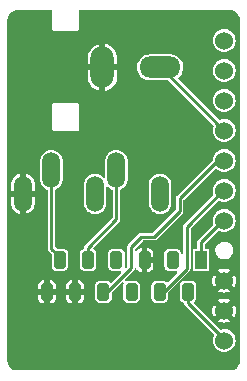
<source format=gbr>
%TF.GenerationSoftware,KiCad,Pcbnew,(6.0.6-0)*%
%TF.CreationDate,2022-07-06T00:09:10-04:00*%
%TF.ProjectId,PS2VGA Plug PCB,50533256-4741-4205-906c-756720504342,rev?*%
%TF.SameCoordinates,Original*%
%TF.FileFunction,Copper,L1,Top*%
%TF.FilePolarity,Positive*%
%FSLAX46Y46*%
G04 Gerber Fmt 4.6, Leading zero omitted, Abs format (unit mm)*
G04 Created by KiCad (PCBNEW (6.0.6-0)) date 2022-07-06 00:09:10*
%MOMM*%
%LPD*%
G01*
G04 APERTURE LIST*
G04 Aperture macros list*
%AMRoundRect*
0 Rectangle with rounded corners*
0 $1 Rounding radius*
0 $2 $3 $4 $5 $6 $7 $8 $9 X,Y pos of 4 corners*
0 Add a 4 corners polygon primitive as box body*
4,1,4,$2,$3,$4,$5,$6,$7,$8,$9,$2,$3,0*
0 Add four circle primitives for the rounded corners*
1,1,$1+$1,$2,$3*
1,1,$1+$1,$4,$5*
1,1,$1+$1,$6,$7*
1,1,$1+$1,$8,$9*
0 Add four rect primitives between the rounded corners*
20,1,$1+$1,$2,$3,$4,$5,0*
20,1,$1+$1,$4,$5,$6,$7,0*
20,1,$1+$1,$6,$7,$8,$9,0*
20,1,$1+$1,$8,$9,$2,$3,0*%
G04 Aperture macros list end*
%TA.AperFunction,ComponentPad*%
%ADD10O,1.508000X3.016000*%
%TD*%
%TA.AperFunction,ComponentPad*%
%ADD11O,3.500000X1.800000*%
%TD*%
%TA.AperFunction,ComponentPad*%
%ADD12O,2.000000X3.500000*%
%TD*%
%TA.AperFunction,ComponentPad*%
%ADD13C,1.524000*%
%TD*%
%TA.AperFunction,ComponentPad*%
%ADD14R,1.000000X1.500000*%
%TD*%
%TA.AperFunction,ComponentPad*%
%ADD15RoundRect,0.250000X0.250000X0.500000X-0.250000X0.500000X-0.250000X-0.500000X0.250000X-0.500000X0*%
%TD*%
%TA.AperFunction,Conductor*%
%ADD16C,0.250000*%
%TD*%
G04 APERTURE END LIST*
D10*
%TO.P,J1,1,Sleeve/GND*%
%TO.N,GND*%
X141980000Y-105950000D03*
%TO.P,J1,2,Tip/L_Jack*%
%TO.N,Audio L*%
X144380000Y-103950000D03*
%TO.P,J1,3,Ring/R_Jack*%
%TO.N,Audio R*%
X149880000Y-103950000D03*
%TO.P,J1,4,Tip/L_VGA*%
%TO.N,Net-(C15-Pad1)*%
X153580000Y-105950000D03*
%TO.P,J1,5,Ring/R_VGA*%
%TO.N,Net-(C14-Pad1)*%
X148080000Y-105950000D03*
%TD*%
D11*
%TO.P,P2,1,Signal*%
%TO.N,CVBS*%
X153590000Y-95238393D03*
D12*
%TO.P,P2,2,GND*%
%TO.N,GND*%
X148690000Y-95238393D03*
%TD*%
D13*
%TO.P,P3,1,Red*%
%TO.N,Red*%
X159010000Y-118370000D03*
%TO.P,P3,2,Green*%
%TO.N,Green*%
X159010000Y-108210000D03*
%TO.P,P3,3,Blue*%
%TO.N,Blue*%
X159010000Y-105670000D03*
%TO.P,P3,4,Luma*%
%TO.N,Luma*%
X159010000Y-103130000D03*
%TO.P,P3,5,CVBS*%
%TO.N,CVBS*%
X159010000Y-100590000D03*
%TO.P,P3,6,Audio_L_Decoupled*%
%TO.N,Audio L Decoupled*%
X159010000Y-98050000D03*
%TO.P,P3,7,Audio_R_Decoupled*%
%TO.N,Audio R Decoupled*%
X159010000Y-95510000D03*
%TO.P,P3,8,+5V*%
%TO.N,+5V*%
X159010000Y-92970000D03*
%TO.P,P3,9,GND*%
%TO.N,GND*%
X159010000Y-115830000D03*
%TO.P,P3,10,GND*%
X159010000Y-113290000D03*
%TD*%
D14*
%TO.P,P1,1,Green*%
%TO.N,Green*%
X157040000Y-111540000D03*
D15*
%TO.P,P1,2,Red*%
%TO.N,Red*%
X155940000Y-114240000D03*
%TO.P,P1,3,+5V*%
%TO.N,+5V*%
X154650000Y-111540000D03*
%TO.P,P1,4,Blue*%
%TO.N,Blue*%
X153550000Y-114240000D03*
%TO.P,P1,5,RGBYC_GND*%
%TO.N,GND*%
X152260000Y-111540000D03*
%TO.P,P1,6,Chroma*%
%TO.N,unconnected-(P1-Pad6)*%
X151160000Y-114240000D03*
%TO.P,P1,7,CVBS*%
%TO.N,CVBS*%
X149870000Y-111540000D03*
%TO.P,P1,8,Luma*%
%TO.N,Luma*%
X148770000Y-114240000D03*
%TO.P,P1,9,Audio_R*%
%TO.N,Audio R*%
X147480000Y-111540000D03*
%TO.P,P1,10,CVBS_GND*%
%TO.N,GND*%
X146380000Y-114240000D03*
%TO.P,P1,11,Audio_L*%
%TO.N,Audio L*%
X145090000Y-111540000D03*
%TO.P,P1,12,Audio_GND*%
%TO.N,GND*%
X143990000Y-114240000D03*
%TD*%
D16*
%TO.N,Audio L*%
X144380000Y-110580000D02*
X144380000Y-103950000D01*
X145090000Y-111540000D02*
X145090000Y-111290000D01*
X145090000Y-111290000D02*
X144380000Y-110580000D01*
%TO.N,Audio R*%
X147480000Y-110510000D02*
X149880000Y-108110000D01*
X149880000Y-108110000D02*
X149880000Y-103950000D01*
X147480000Y-111540000D02*
X147480000Y-110510000D01*
%TO.N,Green*%
X157050000Y-110060000D02*
X159010000Y-108100000D01*
X157050000Y-111540000D02*
X157050000Y-110060000D01*
%TO.N,Red*%
X155950000Y-115200000D02*
X159010000Y-118260000D01*
X155950000Y-114240000D02*
X155950000Y-115200000D01*
%TO.N,Blue*%
X155830000Y-112280000D02*
X155830000Y-108740000D01*
X155830000Y-108740000D02*
X159010000Y-105560000D01*
X153870000Y-114240000D02*
X155830000Y-112280000D01*
X153560000Y-114240000D02*
X153870000Y-114240000D01*
%TO.N,CVBS*%
X153660000Y-95240000D02*
X153590000Y-95240000D01*
X159010000Y-100590000D02*
X153660000Y-95240000D01*
%TO.N,Luma*%
X153050000Y-109570000D02*
X155230000Y-107390000D01*
X151100000Y-110470000D02*
X152000000Y-109570000D01*
X158550000Y-103020000D02*
X159010000Y-103020000D01*
X149120000Y-114240000D02*
X151100000Y-112260000D01*
X155230000Y-107390000D02*
X155230000Y-106340000D01*
X148780000Y-114240000D02*
X149120000Y-114240000D01*
X151100000Y-112260000D02*
X151100000Y-110470000D01*
X155230000Y-106340000D02*
X158550000Y-103020000D01*
X152000000Y-109570000D02*
X153050000Y-109570000D01*
%TD*%
%TA.AperFunction,Conductor*%
%TO.N,GND*%
G36*
X159500504Y-90391262D02*
G01*
X159509713Y-90393379D01*
X159518390Y-90391415D01*
X159527287Y-90391431D01*
X159527286Y-90392227D01*
X159535226Y-90391736D01*
X159666283Y-90404644D01*
X159681472Y-90407666D01*
X159824290Y-90450989D01*
X159838598Y-90456915D01*
X159970234Y-90527276D01*
X159983111Y-90535880D01*
X160098484Y-90630565D01*
X160109435Y-90641516D01*
X160204120Y-90756889D01*
X160212724Y-90769766D01*
X160283085Y-90901402D01*
X160289011Y-90915710D01*
X160332334Y-91058529D01*
X160335356Y-91073718D01*
X160348249Y-91204625D01*
X160348629Y-91212504D01*
X160348614Y-91221045D01*
X160346621Y-91229713D01*
X160348584Y-91238388D01*
X160348584Y-91238390D01*
X160348801Y-91239347D01*
X160350749Y-91256782D01*
X160350749Y-120032794D01*
X160348740Y-120050498D01*
X160346621Y-120059713D01*
X160348585Y-120068390D01*
X160348569Y-120077287D01*
X160347773Y-120077286D01*
X160348264Y-120085226D01*
X160335356Y-120216283D01*
X160332334Y-120231472D01*
X160289011Y-120374290D01*
X160283085Y-120388598D01*
X160212724Y-120520234D01*
X160204120Y-120533111D01*
X160109435Y-120648484D01*
X160098484Y-120659435D01*
X159983111Y-120754120D01*
X159970234Y-120762724D01*
X159838598Y-120833085D01*
X159824290Y-120839011D01*
X159681471Y-120882334D01*
X159666282Y-120885356D01*
X159535375Y-120898249D01*
X159527496Y-120898629D01*
X159518955Y-120898614D01*
X159510287Y-120896621D01*
X159501612Y-120898584D01*
X159501610Y-120898584D01*
X159500653Y-120898801D01*
X159483218Y-120900749D01*
X141517206Y-120900749D01*
X141499502Y-120898740D01*
X141490287Y-120896621D01*
X141481610Y-120898585D01*
X141472713Y-120898569D01*
X141472714Y-120897773D01*
X141464774Y-120898264D01*
X141333717Y-120885356D01*
X141318528Y-120882334D01*
X141175710Y-120839011D01*
X141161402Y-120833085D01*
X141029766Y-120762724D01*
X141016889Y-120754120D01*
X140901516Y-120659435D01*
X140890565Y-120648484D01*
X140795880Y-120533111D01*
X140787276Y-120520234D01*
X140716915Y-120388598D01*
X140710989Y-120374290D01*
X140667666Y-120231472D01*
X140664644Y-120216284D01*
X140651776Y-120085645D01*
X140651916Y-120068852D01*
X140652368Y-120064930D01*
X140653378Y-120060575D01*
X140653379Y-120060000D01*
X140652386Y-120055645D01*
X140652385Y-120055640D01*
X140651229Y-120050573D01*
X140649251Y-120033005D01*
X140649251Y-114785202D01*
X143240000Y-114785202D01*
X143240230Y-114789449D01*
X143246107Y-114843550D01*
X143248380Y-114853108D01*
X143294941Y-114977310D01*
X143300294Y-114987087D01*
X143379437Y-115092687D01*
X143387313Y-115100563D01*
X143492913Y-115179706D01*
X143502690Y-115185059D01*
X143626892Y-115231620D01*
X143636450Y-115233893D01*
X143690551Y-115239770D01*
X143694798Y-115240000D01*
X143726070Y-115240000D01*
X143736741Y-115236116D01*
X143740000Y-115230472D01*
X143740000Y-115226070D01*
X144240000Y-115226070D01*
X144243884Y-115236741D01*
X144249528Y-115240000D01*
X144285202Y-115240000D01*
X144289449Y-115239770D01*
X144343550Y-115233893D01*
X144353108Y-115231620D01*
X144477310Y-115185059D01*
X144487087Y-115179706D01*
X144592687Y-115100563D01*
X144600563Y-115092687D01*
X144679706Y-114987087D01*
X144685059Y-114977310D01*
X144731620Y-114853108D01*
X144733893Y-114843550D01*
X144739770Y-114789449D01*
X144740000Y-114785202D01*
X145630000Y-114785202D01*
X145630230Y-114789449D01*
X145636107Y-114843550D01*
X145638380Y-114853108D01*
X145684941Y-114977310D01*
X145690294Y-114987087D01*
X145769437Y-115092687D01*
X145777313Y-115100563D01*
X145882913Y-115179706D01*
X145892690Y-115185059D01*
X146016892Y-115231620D01*
X146026450Y-115233893D01*
X146080551Y-115239770D01*
X146084798Y-115240000D01*
X146116070Y-115240000D01*
X146126741Y-115236116D01*
X146130000Y-115230472D01*
X146130000Y-115226070D01*
X146630000Y-115226070D01*
X146633884Y-115236741D01*
X146639528Y-115240000D01*
X146675202Y-115240000D01*
X146679449Y-115239770D01*
X146733550Y-115233893D01*
X146743108Y-115231620D01*
X146867310Y-115185059D01*
X146877087Y-115179706D01*
X146982687Y-115100563D01*
X146990563Y-115092687D01*
X147069706Y-114987087D01*
X147075059Y-114977310D01*
X147121620Y-114853108D01*
X147123893Y-114843550D01*
X147129294Y-114793834D01*
X148069500Y-114793834D01*
X148072481Y-114825369D01*
X148117366Y-114953184D01*
X148120871Y-114957930D01*
X148120872Y-114957931D01*
X148135186Y-114977310D01*
X148197850Y-115062150D01*
X148202594Y-115065654D01*
X148239194Y-115092687D01*
X148306816Y-115142634D01*
X148312383Y-115144589D01*
X148312385Y-115144590D01*
X148370840Y-115165118D01*
X148434631Y-115187519D01*
X148466166Y-115190500D01*
X149073834Y-115190500D01*
X149105369Y-115187519D01*
X149169160Y-115165118D01*
X149227615Y-115144590D01*
X149227617Y-115144589D01*
X149233184Y-115142634D01*
X149300807Y-115092687D01*
X149337406Y-115065654D01*
X149342150Y-115062150D01*
X149404814Y-114977310D01*
X149419128Y-114957931D01*
X149419129Y-114957930D01*
X149422634Y-114953184D01*
X149467519Y-114825369D01*
X149470500Y-114793834D01*
X149470500Y-114382548D01*
X149488982Y-114331768D01*
X149493639Y-114326687D01*
X150378566Y-113441760D01*
X150427542Y-113418922D01*
X150479740Y-113432908D01*
X150510735Y-113477174D01*
X150505209Y-113526059D01*
X150507366Y-113526816D01*
X150462481Y-113654631D01*
X150459500Y-113686166D01*
X150459500Y-114793834D01*
X150462481Y-114825369D01*
X150507366Y-114953184D01*
X150510871Y-114957930D01*
X150510872Y-114957931D01*
X150525186Y-114977310D01*
X150587850Y-115062150D01*
X150592594Y-115065654D01*
X150629194Y-115092687D01*
X150696816Y-115142634D01*
X150702383Y-115144589D01*
X150702385Y-115144590D01*
X150760840Y-115165118D01*
X150824631Y-115187519D01*
X150856166Y-115190500D01*
X151463834Y-115190500D01*
X151495369Y-115187519D01*
X151559160Y-115165118D01*
X151617615Y-115144590D01*
X151617617Y-115144589D01*
X151623184Y-115142634D01*
X151690807Y-115092687D01*
X151727406Y-115065654D01*
X151732150Y-115062150D01*
X151794814Y-114977310D01*
X151809128Y-114957931D01*
X151809129Y-114957930D01*
X151812634Y-114953184D01*
X151857519Y-114825369D01*
X151860500Y-114793834D01*
X152849500Y-114793834D01*
X152852481Y-114825369D01*
X152897366Y-114953184D01*
X152900871Y-114957930D01*
X152900872Y-114957931D01*
X152915186Y-114977310D01*
X152977850Y-115062150D01*
X152982594Y-115065654D01*
X153019194Y-115092687D01*
X153086816Y-115142634D01*
X153092383Y-115144589D01*
X153092385Y-115144590D01*
X153150840Y-115165118D01*
X153214631Y-115187519D01*
X153246166Y-115190500D01*
X153853834Y-115190500D01*
X153885369Y-115187519D01*
X153949160Y-115165118D01*
X154007615Y-115144590D01*
X154007617Y-115144589D01*
X154013184Y-115142634D01*
X154080807Y-115092687D01*
X154117406Y-115065654D01*
X154122150Y-115062150D01*
X154184814Y-114977310D01*
X154199128Y-114957931D01*
X154199129Y-114957930D01*
X154202634Y-114953184D01*
X154247519Y-114825369D01*
X154250500Y-114793834D01*
X155239500Y-114793834D01*
X155242481Y-114825369D01*
X155287366Y-114953184D01*
X155290871Y-114957930D01*
X155290872Y-114957931D01*
X155305186Y-114977310D01*
X155367850Y-115062150D01*
X155372594Y-115065654D01*
X155409194Y-115092687D01*
X155476816Y-115142634D01*
X155482381Y-115144588D01*
X155482388Y-115144592D01*
X155570856Y-115175659D01*
X155612643Y-115209922D01*
X155620988Y-115229746D01*
X155631026Y-115267207D01*
X155632513Y-115273918D01*
X155639412Y-115313045D01*
X155642868Y-115319031D01*
X155645232Y-115325526D01*
X155645175Y-115325547D01*
X155645680Y-115326767D01*
X155645735Y-115326742D01*
X155648657Y-115333009D01*
X155650446Y-115339684D01*
X155673247Y-115372246D01*
X155676923Y-115378016D01*
X155696806Y-115412455D01*
X155727260Y-115438009D01*
X155732330Y-115442656D01*
X158135023Y-117845349D01*
X158157861Y-117894325D01*
X158148390Y-117939268D01*
X158121052Y-117988996D01*
X158063978Y-118168917D01*
X158042937Y-118356496D01*
X158058732Y-118544590D01*
X158059794Y-118548294D01*
X158059795Y-118548299D01*
X158109696Y-118722324D01*
X158110760Y-118726034D01*
X158197040Y-118893917D01*
X158314285Y-119041844D01*
X158458030Y-119164180D01*
X158622800Y-119256267D01*
X158626462Y-119257457D01*
X158626467Y-119257459D01*
X158742481Y-119295153D01*
X158802317Y-119314595D01*
X158806156Y-119315053D01*
X158806157Y-119315053D01*
X158985903Y-119336487D01*
X158985904Y-119336487D01*
X158989745Y-119336945D01*
X159177945Y-119322464D01*
X159359748Y-119271703D01*
X159528229Y-119186598D01*
X159676970Y-119070388D01*
X159704216Y-119038823D01*
X159797783Y-118930426D01*
X159797787Y-118930421D01*
X159800307Y-118927501D01*
X159802213Y-118924145D01*
X159802217Y-118924140D01*
X159891633Y-118766738D01*
X159893542Y-118763378D01*
X159909989Y-118713938D01*
X159951902Y-118587944D01*
X159951903Y-118587939D01*
X159953123Y-118584272D01*
X159976780Y-118397005D01*
X159977157Y-118370000D01*
X159958738Y-118182145D01*
X159904181Y-118001445D01*
X159815566Y-117834783D01*
X159696266Y-117688508D01*
X159550827Y-117568191D01*
X159384788Y-117478414D01*
X159204474Y-117422597D01*
X159016752Y-117402867D01*
X159012906Y-117403217D01*
X159012905Y-117403217D01*
X158966714Y-117407421D01*
X158828773Y-117419974D01*
X158720427Y-117451862D01*
X158666497Y-117448469D01*
X158642263Y-117431937D01*
X157911245Y-116700919D01*
X158498128Y-116700919D01*
X158498635Y-116702812D01*
X158500870Y-116704832D01*
X158599519Y-116759965D01*
X158606553Y-116763039D01*
X158787962Y-116821981D01*
X158795475Y-116823633D01*
X158984861Y-116846216D01*
X158992562Y-116846377D01*
X159182731Y-116831744D01*
X159190300Y-116830410D01*
X159374020Y-116779114D01*
X159381181Y-116776336D01*
X159515980Y-116708245D01*
X159523752Y-116699969D01*
X159523811Y-116698913D01*
X159521502Y-116695055D01*
X159019851Y-116193404D01*
X159009557Y-116188604D01*
X159003263Y-116190290D01*
X158502928Y-116690625D01*
X158498128Y-116700919D01*
X157911245Y-116700919D01*
X157029974Y-115819648D01*
X157993525Y-115819648D01*
X158009486Y-116009724D01*
X158010872Y-116017278D01*
X158063448Y-116200631D01*
X158066280Y-116207783D01*
X158132010Y-116335681D01*
X158140341Y-116343396D01*
X158141549Y-116343455D01*
X158145186Y-116341261D01*
X158646596Y-115839851D01*
X158650983Y-115830443D01*
X159368604Y-115830443D01*
X159370290Y-115836737D01*
X159870507Y-116336954D01*
X159880801Y-116341754D01*
X159882838Y-116341209D01*
X159884700Y-116339162D01*
X159937074Y-116246967D01*
X159940202Y-116239942D01*
X160000407Y-116058956D01*
X160002110Y-116051463D01*
X160026224Y-115860588D01*
X160026532Y-115856178D01*
X160026866Y-115832214D01*
X160026681Y-115827800D01*
X160007907Y-115636328D01*
X160006413Y-115628784D01*
X159951286Y-115446195D01*
X159948353Y-115439078D01*
X159887590Y-115324800D01*
X159879152Y-115317203D01*
X159877644Y-115317150D01*
X159874438Y-115319115D01*
X159373404Y-115820149D01*
X159368604Y-115830443D01*
X158650983Y-115830443D01*
X158651396Y-115829557D01*
X158649710Y-115823263D01*
X158149220Y-115322773D01*
X158138926Y-115317973D01*
X158137180Y-115318441D01*
X158134999Y-115320871D01*
X158077197Y-115426013D01*
X158074165Y-115433087D01*
X158016493Y-115614894D01*
X158014895Y-115622410D01*
X157993632Y-115811968D01*
X157993525Y-115819648D01*
X157029974Y-115819648D01*
X156439184Y-115228858D01*
X156416346Y-115179882D01*
X156430332Y-115127684D01*
X156448110Y-115109451D01*
X156507403Y-115065657D01*
X156507406Y-115065654D01*
X156512150Y-115062150D01*
X156574814Y-114977310D01*
X156586144Y-114961971D01*
X158496866Y-114961971D01*
X158498948Y-114965395D01*
X159000149Y-115466596D01*
X159010443Y-115471396D01*
X159016737Y-115469710D01*
X159517419Y-114969028D01*
X159522219Y-114958734D01*
X159521790Y-114957132D01*
X159519169Y-114954797D01*
X159407459Y-114894396D01*
X159400377Y-114891419D01*
X159218170Y-114835017D01*
X159210629Y-114833469D01*
X159020942Y-114813532D01*
X159013252Y-114813478D01*
X158823302Y-114830765D01*
X158815746Y-114832206D01*
X158632773Y-114886058D01*
X158625636Y-114888942D01*
X158504578Y-114952229D01*
X158496923Y-114960613D01*
X158496866Y-114961971D01*
X156586144Y-114961971D01*
X156589128Y-114957931D01*
X156589129Y-114957930D01*
X156592634Y-114953184D01*
X156637519Y-114825369D01*
X156640500Y-114793834D01*
X156640500Y-114160919D01*
X158498128Y-114160919D01*
X158498635Y-114162812D01*
X158500870Y-114164832D01*
X158599519Y-114219965D01*
X158606553Y-114223039D01*
X158787962Y-114281981D01*
X158795475Y-114283633D01*
X158984861Y-114306216D01*
X158992562Y-114306377D01*
X159182731Y-114291744D01*
X159190300Y-114290410D01*
X159374020Y-114239114D01*
X159381181Y-114236336D01*
X159515980Y-114168245D01*
X159523752Y-114159969D01*
X159523811Y-114158913D01*
X159521502Y-114155055D01*
X159019851Y-113653404D01*
X159009557Y-113648604D01*
X159003263Y-113650290D01*
X158502928Y-114150625D01*
X158498128Y-114160919D01*
X156640500Y-114160919D01*
X156640500Y-113686166D01*
X156637519Y-113654631D01*
X156592634Y-113526816D01*
X156586829Y-113518956D01*
X156515654Y-113422594D01*
X156512150Y-113417850D01*
X156486020Y-113398550D01*
X156407931Y-113340872D01*
X156407930Y-113340871D01*
X156403184Y-113337366D01*
X156397617Y-113335411D01*
X156397615Y-113335410D01*
X156297617Y-113300294D01*
X156275369Y-113292481D01*
X156243834Y-113289500D01*
X155636166Y-113289500D01*
X155604631Y-113292481D01*
X155582383Y-113300294D01*
X155482385Y-113335410D01*
X155482383Y-113335411D01*
X155476816Y-113337366D01*
X155472070Y-113340871D01*
X155472069Y-113340872D01*
X155393980Y-113398550D01*
X155358474Y-113409033D01*
X155356602Y-113430431D01*
X155348550Y-113443980D01*
X155293172Y-113518956D01*
X155287366Y-113526816D01*
X155242481Y-113654631D01*
X155239500Y-113686166D01*
X155239500Y-114793834D01*
X154250500Y-114793834D01*
X154250500Y-114352548D01*
X154268982Y-114301768D01*
X154273639Y-114296687D01*
X155229143Y-113341183D01*
X155274265Y-113320142D01*
X155281205Y-113291344D01*
X155290770Y-113279648D01*
X157993525Y-113279648D01*
X158009486Y-113469724D01*
X158010872Y-113477278D01*
X158063448Y-113660631D01*
X158066280Y-113667783D01*
X158132010Y-113795681D01*
X158140341Y-113803396D01*
X158141549Y-113803455D01*
X158145186Y-113801261D01*
X158646596Y-113299851D01*
X158650983Y-113290443D01*
X159368604Y-113290443D01*
X159370290Y-113296737D01*
X159870507Y-113796954D01*
X159880801Y-113801754D01*
X159882838Y-113801209D01*
X159884700Y-113799162D01*
X159937074Y-113706967D01*
X159940202Y-113699942D01*
X160000407Y-113518956D01*
X160002110Y-113511463D01*
X160026224Y-113320588D01*
X160026532Y-113316178D01*
X160026866Y-113292214D01*
X160026681Y-113287800D01*
X160007907Y-113096328D01*
X160006413Y-113088784D01*
X159951286Y-112906195D01*
X159948353Y-112899078D01*
X159887590Y-112784800D01*
X159879152Y-112777203D01*
X159877644Y-112777150D01*
X159874438Y-112779115D01*
X159373404Y-113280149D01*
X159368604Y-113290443D01*
X158650983Y-113290443D01*
X158651396Y-113289557D01*
X158649710Y-113283263D01*
X158149220Y-112782773D01*
X158138926Y-112777973D01*
X158137180Y-112778441D01*
X158134999Y-112780871D01*
X158077197Y-112886013D01*
X158074165Y-112893087D01*
X158016493Y-113074894D01*
X158014895Y-113082410D01*
X157993632Y-113271968D01*
X157993525Y-113279648D01*
X155290770Y-113279648D01*
X155291183Y-113279143D01*
X156047666Y-112522660D01*
X156052747Y-112518003D01*
X156077900Y-112496897D01*
X156083194Y-112492455D01*
X156103077Y-112458016D01*
X156106753Y-112452246D01*
X156129554Y-112419684D01*
X156131343Y-112413009D01*
X156134265Y-112406742D01*
X156134320Y-112406767D01*
X156134825Y-112405547D01*
X156134768Y-112405526D01*
X156137132Y-112399031D01*
X156140588Y-112393045D01*
X156147487Y-112353918D01*
X156148977Y-112347195D01*
X156157476Y-112315480D01*
X156157476Y-112315479D01*
X156159012Y-112309748D01*
X156339500Y-112309748D01*
X156351133Y-112368231D01*
X156355454Y-112374698D01*
X156355455Y-112374700D01*
X156389329Y-112425395D01*
X156395448Y-112434552D01*
X156401913Y-112438872D01*
X156455300Y-112474545D01*
X156455302Y-112474546D01*
X156461769Y-112478867D01*
X156482694Y-112483029D01*
X156516440Y-112489742D01*
X156516443Y-112489742D01*
X156520252Y-112490500D01*
X157559748Y-112490500D01*
X157563557Y-112489742D01*
X157563560Y-112489742D01*
X157597306Y-112483029D01*
X157618231Y-112478867D01*
X157624698Y-112474546D01*
X157624700Y-112474545D01*
X157678087Y-112438872D01*
X157684552Y-112434552D01*
X157690671Y-112425395D01*
X157692959Y-112421971D01*
X158496866Y-112421971D01*
X158498948Y-112425395D01*
X159000149Y-112926596D01*
X159010443Y-112931396D01*
X159016737Y-112929710D01*
X159517419Y-112429028D01*
X159522219Y-112418734D01*
X159521790Y-112417132D01*
X159519169Y-112414797D01*
X159407459Y-112354396D01*
X159400377Y-112351419D01*
X159218170Y-112295017D01*
X159210629Y-112293469D01*
X159020942Y-112273532D01*
X159013252Y-112273478D01*
X158823302Y-112290765D01*
X158815746Y-112292206D01*
X158632773Y-112346058D01*
X158625636Y-112348942D01*
X158504578Y-112412229D01*
X158496923Y-112420613D01*
X158496866Y-112421971D01*
X157692959Y-112421971D01*
X157724545Y-112374700D01*
X157724546Y-112374698D01*
X157728867Y-112368231D01*
X157740500Y-112309748D01*
X157740500Y-110790862D01*
X158255497Y-110790862D01*
X158256275Y-110795390D01*
X158283638Y-110954631D01*
X158285134Y-110963340D01*
X158286931Y-110967562D01*
X158286932Y-110967567D01*
X158295638Y-110988027D01*
X158353654Y-111124373D01*
X158356372Y-111128067D01*
X158356373Y-111128068D01*
X158454661Y-111261626D01*
X158454664Y-111261629D01*
X158457383Y-111265324D01*
X158460880Y-111268295D01*
X158460882Y-111268297D01*
X158482592Y-111286741D01*
X158590755Y-111378632D01*
X158594842Y-111380719D01*
X158742530Y-111456133D01*
X158742533Y-111456134D01*
X158746616Y-111458219D01*
X158833976Y-111479596D01*
X158913184Y-111498978D01*
X158913188Y-111498979D01*
X158916606Y-111499815D01*
X158927648Y-111500500D01*
X159053822Y-111500500D01*
X159056084Y-111500236D01*
X159056089Y-111500236D01*
X159179268Y-111485875D01*
X159179271Y-111485874D01*
X159183828Y-111485343D01*
X159188143Y-111483777D01*
X159188146Y-111483776D01*
X159344018Y-111427197D01*
X159344021Y-111427195D01*
X159348331Y-111425631D01*
X159494685Y-111329677D01*
X159497840Y-111326346D01*
X159497843Y-111326344D01*
X159611885Y-111205958D01*
X159615040Y-111202628D01*
X159702939Y-111051298D01*
X159720051Y-110994798D01*
X159752337Y-110888199D01*
X159752337Y-110888197D01*
X159753667Y-110883807D01*
X159764503Y-110709138D01*
X159760568Y-110686238D01*
X159735644Y-110541186D01*
X159735643Y-110541184D01*
X159734866Y-110536660D01*
X159733069Y-110532438D01*
X159733068Y-110532433D01*
X159668142Y-110379848D01*
X159666346Y-110375627D01*
X159658273Y-110364657D01*
X159565339Y-110238374D01*
X159565336Y-110238371D01*
X159562617Y-110234676D01*
X159556862Y-110229786D01*
X159432742Y-110124339D01*
X159429245Y-110121368D01*
X159425158Y-110119281D01*
X159277470Y-110043867D01*
X159277467Y-110043866D01*
X159273384Y-110041781D01*
X159186024Y-110020404D01*
X159106816Y-110001022D01*
X159106812Y-110001021D01*
X159103394Y-110000185D01*
X159092352Y-109999500D01*
X158966178Y-109999500D01*
X158963916Y-109999764D01*
X158963911Y-109999764D01*
X158840732Y-110014125D01*
X158840729Y-110014126D01*
X158836172Y-110014657D01*
X158831857Y-110016223D01*
X158831854Y-110016224D01*
X158675982Y-110072803D01*
X158675979Y-110072805D01*
X158671669Y-110074369D01*
X158525315Y-110170323D01*
X158522160Y-110173654D01*
X158522157Y-110173656D01*
X158464353Y-110234676D01*
X158404960Y-110297372D01*
X158317061Y-110448702D01*
X158315729Y-110453100D01*
X158270364Y-110602885D01*
X158266333Y-110616193D01*
X158255497Y-110790862D01*
X157740500Y-110790862D01*
X157740500Y-110770252D01*
X157736915Y-110752226D01*
X157730385Y-110719401D01*
X157728867Y-110711769D01*
X157724546Y-110705302D01*
X157724545Y-110705300D01*
X157688872Y-110651913D01*
X157684552Y-110645448D01*
X157672457Y-110637366D01*
X157624700Y-110605455D01*
X157624698Y-110605454D01*
X157618231Y-110601133D01*
X157587102Y-110594941D01*
X157563560Y-110590258D01*
X157563557Y-110590258D01*
X157559748Y-110589500D01*
X157454500Y-110589500D01*
X157403720Y-110571018D01*
X157376700Y-110524218D01*
X157375500Y-110510500D01*
X157375500Y-110227548D01*
X157393982Y-110176768D01*
X157398639Y-110171687D01*
X158485137Y-109085189D01*
X158534113Y-109062351D01*
X158579539Y-109072089D01*
X158622800Y-109096267D01*
X158626462Y-109097457D01*
X158626467Y-109097459D01*
X158742481Y-109135153D01*
X158802317Y-109154595D01*
X158806156Y-109155053D01*
X158806157Y-109155053D01*
X158985903Y-109176487D01*
X158985904Y-109176487D01*
X158989745Y-109176945D01*
X159177945Y-109162464D01*
X159359748Y-109111703D01*
X159528229Y-109026598D01*
X159676970Y-108910388D01*
X159723254Y-108856768D01*
X159797783Y-108770426D01*
X159797787Y-108770421D01*
X159800307Y-108767501D01*
X159802213Y-108764145D01*
X159802217Y-108764140D01*
X159880148Y-108626955D01*
X159893542Y-108603378D01*
X159912976Y-108544958D01*
X159951902Y-108427944D01*
X159951903Y-108427939D01*
X159953123Y-108424272D01*
X159976780Y-108237005D01*
X159977157Y-108210000D01*
X159958738Y-108022145D01*
X159904181Y-107841445D01*
X159815566Y-107674783D01*
X159696266Y-107528508D01*
X159683124Y-107517636D01*
X159553801Y-107410651D01*
X159553799Y-107410650D01*
X159550827Y-107408191D01*
X159537974Y-107401241D01*
X159388184Y-107320250D01*
X159388182Y-107320249D01*
X159384788Y-107318414D01*
X159204474Y-107262597D01*
X159016752Y-107242867D01*
X159012906Y-107243217D01*
X159012905Y-107243217D01*
X158966714Y-107247421D01*
X158828773Y-107259974D01*
X158825066Y-107261065D01*
X158651406Y-107312176D01*
X158651403Y-107312177D01*
X158647697Y-107313268D01*
X158644270Y-107315060D01*
X158644269Y-107315060D01*
X158620225Y-107327630D01*
X158480420Y-107400718D01*
X158333316Y-107518993D01*
X158294666Y-107565054D01*
X158221427Y-107652337D01*
X158211986Y-107663588D01*
X158210125Y-107666972D01*
X158210125Y-107666973D01*
X158205831Y-107674783D01*
X158121052Y-107828996D01*
X158063978Y-108008917D01*
X158042937Y-108196496D01*
X158058732Y-108384590D01*
X158059794Y-108388294D01*
X158059795Y-108388299D01*
X158069010Y-108420434D01*
X158091764Y-108499786D01*
X158091890Y-108500227D01*
X158088120Y-108554134D01*
X158071811Y-108577863D01*
X156832334Y-109817340D01*
X156827253Y-109821997D01*
X156796806Y-109847545D01*
X156776923Y-109881984D01*
X156773247Y-109887754D01*
X156750446Y-109920316D01*
X156748657Y-109926991D01*
X156745735Y-109933258D01*
X156745680Y-109933233D01*
X156745175Y-109934453D01*
X156745232Y-109934474D01*
X156742868Y-109940969D01*
X156739412Y-109946955D01*
X156738212Y-109953762D01*
X156732515Y-109986074D01*
X156731025Y-109992798D01*
X156720736Y-110031193D01*
X156721338Y-110038075D01*
X156721338Y-110038077D01*
X156724199Y-110070774D01*
X156724500Y-110077660D01*
X156724500Y-110510500D01*
X156706018Y-110561280D01*
X156659218Y-110588300D01*
X156645500Y-110589500D01*
X156520252Y-110589500D01*
X156516443Y-110590258D01*
X156516440Y-110590258D01*
X156492898Y-110594941D01*
X156461769Y-110601133D01*
X156455302Y-110605454D01*
X156455300Y-110605455D01*
X156407543Y-110637366D01*
X156395448Y-110645448D01*
X156391128Y-110651913D01*
X156355455Y-110705300D01*
X156355454Y-110705302D01*
X156351133Y-110711769D01*
X156349615Y-110719401D01*
X156343086Y-110752226D01*
X156339500Y-110770252D01*
X156339500Y-112309748D01*
X156159012Y-112309748D01*
X156159264Y-112308807D01*
X156157515Y-112288807D01*
X156155801Y-112269223D01*
X156155500Y-112262338D01*
X156155500Y-108907548D01*
X156173982Y-108856768D01*
X156178639Y-108851687D01*
X158485137Y-106545189D01*
X158534113Y-106522351D01*
X158579539Y-106532089D01*
X158622800Y-106556267D01*
X158626462Y-106557457D01*
X158626467Y-106557459D01*
X158742481Y-106595153D01*
X158802317Y-106614595D01*
X158806156Y-106615053D01*
X158806157Y-106615053D01*
X158985903Y-106636487D01*
X158985904Y-106636487D01*
X158989745Y-106636945D01*
X159177945Y-106622464D01*
X159359748Y-106571703D01*
X159528229Y-106486598D01*
X159676970Y-106370388D01*
X159794903Y-106233762D01*
X159797783Y-106230426D01*
X159797787Y-106230421D01*
X159800307Y-106227501D01*
X159802213Y-106224145D01*
X159802217Y-106224140D01*
X159891633Y-106066738D01*
X159893542Y-106063378D01*
X159927856Y-105960227D01*
X159951902Y-105887944D01*
X159951903Y-105887939D01*
X159953123Y-105884272D01*
X159976780Y-105697005D01*
X159977157Y-105670000D01*
X159966992Y-105566323D01*
X159959115Y-105485987D01*
X159959114Y-105485984D01*
X159958738Y-105482145D01*
X159904181Y-105301445D01*
X159815566Y-105134783D01*
X159696266Y-104988508D01*
X159681838Y-104976572D01*
X159553801Y-104870651D01*
X159553799Y-104870650D01*
X159550827Y-104868191D01*
X159533696Y-104858928D01*
X159388184Y-104780250D01*
X159388182Y-104780249D01*
X159384788Y-104778414D01*
X159204474Y-104722597D01*
X159016752Y-104702867D01*
X159012906Y-104703217D01*
X159012905Y-104703217D01*
X158967689Y-104707332D01*
X158828773Y-104719974D01*
X158825066Y-104721065D01*
X158651406Y-104772176D01*
X158651403Y-104772177D01*
X158647697Y-104773268D01*
X158644270Y-104775060D01*
X158644269Y-104775060D01*
X158617369Y-104789123D01*
X158480420Y-104860718D01*
X158477413Y-104863136D01*
X158477411Y-104863137D01*
X158336327Y-104976572D01*
X158333316Y-104978993D01*
X158313104Y-105003081D01*
X158230887Y-105101063D01*
X158211986Y-105123588D01*
X158210125Y-105126972D01*
X158210125Y-105126973D01*
X158185337Y-105172063D01*
X158121052Y-105288996D01*
X158063978Y-105468917D01*
X158042937Y-105656496D01*
X158058732Y-105844590D01*
X158059794Y-105848294D01*
X158059795Y-105848299D01*
X158091890Y-105960227D01*
X158088120Y-106014134D01*
X158071811Y-106037863D01*
X155612334Y-108497340D01*
X155607253Y-108501997D01*
X155576806Y-108527545D01*
X155556923Y-108561984D01*
X155553247Y-108567754D01*
X155530446Y-108600316D01*
X155528657Y-108606991D01*
X155525735Y-108613258D01*
X155525680Y-108613233D01*
X155525175Y-108614453D01*
X155525232Y-108614474D01*
X155522868Y-108620969D01*
X155519412Y-108626955D01*
X155518212Y-108633762D01*
X155512515Y-108666074D01*
X155511025Y-108672798D01*
X155500736Y-108711193D01*
X155501338Y-108718075D01*
X155501338Y-108718077D01*
X155504199Y-108750774D01*
X155504500Y-108757660D01*
X155504500Y-110944151D01*
X155486018Y-110994931D01*
X155439218Y-111021951D01*
X155386000Y-111012567D01*
X155351264Y-110971171D01*
X155348335Y-110961079D01*
X155347972Y-110959425D01*
X155347519Y-110954631D01*
X155302634Y-110826816D01*
X155296123Y-110818000D01*
X155225654Y-110722594D01*
X155222150Y-110717850D01*
X155188567Y-110693045D01*
X155117931Y-110640872D01*
X155117930Y-110640871D01*
X155113184Y-110637366D01*
X155107617Y-110635411D01*
X155107615Y-110635410D01*
X155028325Y-110607566D01*
X154985369Y-110592481D01*
X154953834Y-110589500D01*
X154346166Y-110589500D01*
X154314631Y-110592481D01*
X154271675Y-110607566D01*
X154192385Y-110635410D01*
X154192383Y-110635411D01*
X154186816Y-110637366D01*
X154182070Y-110640871D01*
X154182069Y-110640872D01*
X154111433Y-110693045D01*
X154077850Y-110717850D01*
X154074346Y-110722594D01*
X154003878Y-110818000D01*
X153997366Y-110826816D01*
X153952481Y-110954631D01*
X153949500Y-110986166D01*
X153949500Y-112093834D01*
X153952481Y-112125369D01*
X153962222Y-112153108D01*
X153994767Y-112245782D01*
X153997366Y-112253184D01*
X154000871Y-112257930D01*
X154000872Y-112257931D01*
X154036275Y-112305862D01*
X154077850Y-112362150D01*
X154082594Y-112365654D01*
X154181723Y-112438872D01*
X154186816Y-112442634D01*
X154192383Y-112444589D01*
X154192385Y-112444590D01*
X154214130Y-112452226D01*
X154314631Y-112487519D01*
X154346166Y-112490500D01*
X154953834Y-112490500D01*
X154962153Y-112489714D01*
X155014446Y-112503332D01*
X155045752Y-112547379D01*
X155041421Y-112601244D01*
X155025451Y-112624223D01*
X154232228Y-113417446D01*
X154183252Y-113440284D01*
X154131054Y-113426298D01*
X154124046Y-113420417D01*
X154122150Y-113417850D01*
X154096020Y-113398550D01*
X154017931Y-113340872D01*
X154017930Y-113340871D01*
X154013184Y-113337366D01*
X154007617Y-113335411D01*
X154007615Y-113335410D01*
X153907617Y-113300294D01*
X153885369Y-113292481D01*
X153853834Y-113289500D01*
X153246166Y-113289500D01*
X153214631Y-113292481D01*
X153192383Y-113300294D01*
X153092385Y-113335410D01*
X153092383Y-113335411D01*
X153086816Y-113337366D01*
X153082070Y-113340871D01*
X153082069Y-113340872D01*
X153003980Y-113398550D01*
X152977850Y-113417850D01*
X152974346Y-113422594D01*
X152903172Y-113518956D01*
X152897366Y-113526816D01*
X152852481Y-113654631D01*
X152849500Y-113686166D01*
X152849500Y-114793834D01*
X151860500Y-114793834D01*
X151860500Y-113686166D01*
X151857519Y-113654631D01*
X151812634Y-113526816D01*
X151806829Y-113518956D01*
X151735654Y-113422594D01*
X151732150Y-113417850D01*
X151706020Y-113398550D01*
X151627931Y-113340872D01*
X151627930Y-113340871D01*
X151623184Y-113337366D01*
X151617617Y-113335411D01*
X151617615Y-113335410D01*
X151517617Y-113300294D01*
X151495369Y-113292481D01*
X151463834Y-113289500D01*
X150856166Y-113289500D01*
X150824631Y-113292481D01*
X150696816Y-113337366D01*
X150696132Y-113335418D01*
X150651061Y-113341672D01*
X150605283Y-113312955D01*
X150588674Y-113261532D01*
X150611760Y-113208566D01*
X151317666Y-112502660D01*
X151322747Y-112498003D01*
X151343743Y-112480385D01*
X151353194Y-112472455D01*
X151373077Y-112438016D01*
X151376753Y-112432246D01*
X151399554Y-112399684D01*
X151401343Y-112393009D01*
X151404265Y-112386742D01*
X151404320Y-112386767D01*
X151404825Y-112385547D01*
X151404768Y-112385526D01*
X151407132Y-112379031D01*
X151410588Y-112373045D01*
X151417487Y-112333918D01*
X151418977Y-112327195D01*
X151422117Y-112315480D01*
X151424924Y-112305001D01*
X151455921Y-112260736D01*
X151508119Y-112246751D01*
X151557094Y-112269590D01*
X151566862Y-112282622D01*
X151566917Y-112282581D01*
X151649437Y-112392687D01*
X151657313Y-112400563D01*
X151762913Y-112479706D01*
X151772690Y-112485059D01*
X151896892Y-112531620D01*
X151906450Y-112533893D01*
X151960551Y-112539770D01*
X151964798Y-112540000D01*
X151996070Y-112540000D01*
X152006741Y-112536116D01*
X152010000Y-112530472D01*
X152010000Y-112526070D01*
X152510000Y-112526070D01*
X152513884Y-112536741D01*
X152519528Y-112540000D01*
X152555202Y-112540000D01*
X152559449Y-112539770D01*
X152613550Y-112533893D01*
X152623108Y-112531620D01*
X152747310Y-112485059D01*
X152757087Y-112479706D01*
X152862687Y-112400563D01*
X152870563Y-112392687D01*
X152949706Y-112287087D01*
X152955059Y-112277310D01*
X153001620Y-112153108D01*
X153003893Y-112143550D01*
X153009770Y-112089449D01*
X153010000Y-112085202D01*
X153010000Y-111803930D01*
X153006116Y-111793259D01*
X153000472Y-111790000D01*
X152523930Y-111790000D01*
X152513259Y-111793884D01*
X152510000Y-111799528D01*
X152510000Y-112526070D01*
X152010000Y-112526070D01*
X152010000Y-111276070D01*
X152510000Y-111276070D01*
X152513884Y-111286741D01*
X152519528Y-111290000D01*
X152996070Y-111290000D01*
X153006741Y-111286116D01*
X153010000Y-111280472D01*
X153010000Y-110994798D01*
X153009770Y-110990551D01*
X153003893Y-110936450D01*
X153001620Y-110926892D01*
X152955059Y-110802690D01*
X152949706Y-110792913D01*
X152870563Y-110687313D01*
X152862687Y-110679437D01*
X152757087Y-110600294D01*
X152747310Y-110594941D01*
X152623108Y-110548380D01*
X152613550Y-110546107D01*
X152559449Y-110540230D01*
X152555202Y-110540000D01*
X152523930Y-110540000D01*
X152513259Y-110543884D01*
X152510000Y-110549528D01*
X152510000Y-111276070D01*
X152010000Y-111276070D01*
X152010000Y-110553930D01*
X152006116Y-110543259D01*
X152000472Y-110540000D01*
X151964798Y-110540000D01*
X151960551Y-110540230D01*
X151906450Y-110546107D01*
X151896892Y-110548380D01*
X151772690Y-110594941D01*
X151762913Y-110600294D01*
X151657313Y-110679437D01*
X151649437Y-110687313D01*
X151567716Y-110796353D01*
X151522473Y-110825903D01*
X151468819Y-110819458D01*
X151431861Y-110780033D01*
X151425500Y-110748975D01*
X151425500Y-110637548D01*
X151443982Y-110586768D01*
X151448639Y-110581687D01*
X152111688Y-109918639D01*
X152160664Y-109895801D01*
X152167549Y-109895500D01*
X153032340Y-109895500D01*
X153039226Y-109895801D01*
X153071923Y-109898662D01*
X153071925Y-109898662D01*
X153078807Y-109899264D01*
X153085479Y-109897476D01*
X153085480Y-109897476D01*
X153094820Y-109894973D01*
X153117202Y-109888975D01*
X153123918Y-109887487D01*
X153163045Y-109880588D01*
X153169031Y-109877132D01*
X153175526Y-109874768D01*
X153175547Y-109874825D01*
X153176767Y-109874320D01*
X153176742Y-109874265D01*
X153183009Y-109871343D01*
X153189684Y-109869554D01*
X153222246Y-109846753D01*
X153228016Y-109843077D01*
X153262455Y-109823194D01*
X153288009Y-109792740D01*
X153292656Y-109787670D01*
X155447666Y-107632660D01*
X155452747Y-107628003D01*
X155477900Y-107606897D01*
X155483194Y-107602455D01*
X155503077Y-107568016D01*
X155506753Y-107562246D01*
X155529554Y-107529684D01*
X155531343Y-107523009D01*
X155534265Y-107516742D01*
X155534320Y-107516767D01*
X155534825Y-107515547D01*
X155534768Y-107515526D01*
X155537132Y-107509031D01*
X155540588Y-107503045D01*
X155547487Y-107463918D01*
X155548977Y-107457195D01*
X155557476Y-107425480D01*
X155557476Y-107425479D01*
X155559264Y-107418807D01*
X155558551Y-107410651D01*
X155555801Y-107379223D01*
X155555500Y-107372338D01*
X155555500Y-106507548D01*
X155573982Y-106456768D01*
X155578639Y-106451687D01*
X158216384Y-103813942D01*
X158265360Y-103791104D01*
X158317558Y-103805090D01*
X158323446Y-103809641D01*
X158347824Y-103830388D01*
X158458030Y-103924180D01*
X158622800Y-104016267D01*
X158626462Y-104017457D01*
X158626467Y-104017459D01*
X158742481Y-104055153D01*
X158802317Y-104074595D01*
X158806156Y-104075053D01*
X158806157Y-104075053D01*
X158985903Y-104096487D01*
X158985904Y-104096487D01*
X158989745Y-104096945D01*
X159177945Y-104082464D01*
X159359748Y-104031703D01*
X159528229Y-103946598D01*
X159676970Y-103830388D01*
X159742925Y-103753979D01*
X159797783Y-103690426D01*
X159797787Y-103690421D01*
X159800307Y-103687501D01*
X159802213Y-103684145D01*
X159802217Y-103684140D01*
X159891633Y-103526738D01*
X159893542Y-103523378D01*
X159909989Y-103473938D01*
X159951902Y-103347944D01*
X159951903Y-103347939D01*
X159953123Y-103344272D01*
X159976780Y-103157005D01*
X159977157Y-103130000D01*
X159958738Y-102942145D01*
X159904181Y-102761445D01*
X159815566Y-102594783D01*
X159696266Y-102448508D01*
X159614173Y-102380595D01*
X159553801Y-102330651D01*
X159553799Y-102330650D01*
X159550827Y-102328191D01*
X159533696Y-102318928D01*
X159388184Y-102240250D01*
X159388182Y-102240249D01*
X159384788Y-102238414D01*
X159204474Y-102182597D01*
X159016752Y-102162867D01*
X159012906Y-102163217D01*
X159012905Y-102163217D01*
X158966714Y-102167421D01*
X158828773Y-102179974D01*
X158825066Y-102181065D01*
X158651406Y-102232176D01*
X158651403Y-102232177D01*
X158647697Y-102233268D01*
X158644270Y-102235060D01*
X158644269Y-102235060D01*
X158620162Y-102247663D01*
X158480420Y-102320718D01*
X158477413Y-102323136D01*
X158477411Y-102323137D01*
X158405948Y-102380595D01*
X158333316Y-102438993D01*
X158211986Y-102583588D01*
X158210125Y-102586972D01*
X158210125Y-102586973D01*
X158134429Y-102724663D01*
X158121052Y-102748996D01*
X158063978Y-102928917D01*
X158056088Y-102999263D01*
X158052308Y-103032958D01*
X158029661Y-103080013D01*
X155012334Y-106097340D01*
X155007253Y-106101997D01*
X154976806Y-106127545D01*
X154956923Y-106161984D01*
X154953247Y-106167754D01*
X154930446Y-106200316D01*
X154928657Y-106206991D01*
X154925735Y-106213258D01*
X154925680Y-106213233D01*
X154925175Y-106214453D01*
X154925232Y-106214474D01*
X154922868Y-106220969D01*
X154919412Y-106226955D01*
X154918212Y-106233762D01*
X154912515Y-106266074D01*
X154911025Y-106272798D01*
X154900736Y-106311193D01*
X154901338Y-106318075D01*
X154901338Y-106318077D01*
X154904199Y-106350774D01*
X154904500Y-106357660D01*
X154904500Y-107222452D01*
X154886018Y-107273232D01*
X154881361Y-107278313D01*
X152938313Y-109221361D01*
X152889337Y-109244199D01*
X152882452Y-109244500D01*
X152017651Y-109244500D01*
X152010766Y-109244199D01*
X151978078Y-109241339D01*
X151978076Y-109241339D01*
X151971193Y-109240737D01*
X151932811Y-109251021D01*
X151926096Y-109252510D01*
X151916287Y-109254240D01*
X151893763Y-109258211D01*
X151893760Y-109258212D01*
X151886955Y-109259412D01*
X151880968Y-109262868D01*
X151874477Y-109265231D01*
X151874456Y-109265174D01*
X151873232Y-109265681D01*
X151873257Y-109265735D01*
X151866991Y-109268657D01*
X151860316Y-109270446D01*
X151827771Y-109293234D01*
X151821962Y-109296935D01*
X151787545Y-109316806D01*
X151783102Y-109322101D01*
X151762000Y-109347249D01*
X151757344Y-109352329D01*
X150882331Y-110227342D01*
X150877251Y-110231998D01*
X150852099Y-110253103D01*
X150852098Y-110253105D01*
X150846806Y-110257545D01*
X150826923Y-110291984D01*
X150823247Y-110297754D01*
X150800446Y-110330316D01*
X150798657Y-110336991D01*
X150795735Y-110343258D01*
X150795680Y-110343233D01*
X150795175Y-110344453D01*
X150795232Y-110344474D01*
X150792868Y-110350969D01*
X150789412Y-110356955D01*
X150784775Y-110383258D01*
X150782515Y-110396074D01*
X150781025Y-110402798D01*
X150770736Y-110441193D01*
X150771338Y-110448075D01*
X150771338Y-110448077D01*
X150774199Y-110480774D01*
X150774500Y-110487660D01*
X150774500Y-112092452D01*
X150756018Y-112143232D01*
X150751361Y-112148313D01*
X150699505Y-112200169D01*
X150650529Y-112223007D01*
X150598331Y-112209021D01*
X150567336Y-112164755D01*
X150566500Y-112128272D01*
X150567519Y-112125369D01*
X150570500Y-112093834D01*
X150570500Y-110986166D01*
X150567519Y-110954631D01*
X150522634Y-110826816D01*
X150516123Y-110818000D01*
X150445654Y-110722594D01*
X150442150Y-110717850D01*
X150408567Y-110693045D01*
X150337931Y-110640872D01*
X150337930Y-110640871D01*
X150333184Y-110637366D01*
X150327617Y-110635411D01*
X150327615Y-110635410D01*
X150248325Y-110607566D01*
X150205369Y-110592481D01*
X150173834Y-110589500D01*
X149566166Y-110589500D01*
X149534631Y-110592481D01*
X149491675Y-110607566D01*
X149412385Y-110635410D01*
X149412383Y-110635411D01*
X149406816Y-110637366D01*
X149402070Y-110640871D01*
X149402069Y-110640872D01*
X149331433Y-110693045D01*
X149297850Y-110717850D01*
X149294346Y-110722594D01*
X149223878Y-110818000D01*
X149217366Y-110826816D01*
X149172481Y-110954631D01*
X149169500Y-110986166D01*
X149169500Y-112093834D01*
X149172481Y-112125369D01*
X149182222Y-112153108D01*
X149214767Y-112245782D01*
X149217366Y-112253184D01*
X149220871Y-112257930D01*
X149220872Y-112257931D01*
X149256275Y-112305862D01*
X149297850Y-112362150D01*
X149302594Y-112365654D01*
X149401723Y-112438872D01*
X149406816Y-112442634D01*
X149412383Y-112444589D01*
X149412385Y-112444590D01*
X149434130Y-112452226D01*
X149534631Y-112487519D01*
X149566166Y-112490500D01*
X150173834Y-112490500D01*
X150189775Y-112488993D01*
X150200570Y-112487973D01*
X150200573Y-112487972D01*
X150205369Y-112487519D01*
X150208068Y-112486571D01*
X150260939Y-112493650D01*
X150297360Y-112533572D01*
X150299600Y-112587564D01*
X150280169Y-112619505D01*
X149466375Y-113433299D01*
X149417399Y-113456137D01*
X149365201Y-113442151D01*
X149346970Y-113424375D01*
X149345661Y-113422602D01*
X149345657Y-113422598D01*
X149342150Y-113417850D01*
X149300807Y-113387313D01*
X149237931Y-113340872D01*
X149237930Y-113340871D01*
X149233184Y-113337366D01*
X149227617Y-113335411D01*
X149227615Y-113335410D01*
X149127617Y-113300294D01*
X149105369Y-113292481D01*
X149073834Y-113289500D01*
X148466166Y-113289500D01*
X148434631Y-113292481D01*
X148412383Y-113300294D01*
X148312385Y-113335410D01*
X148312383Y-113335411D01*
X148306816Y-113337366D01*
X148302070Y-113340871D01*
X148302069Y-113340872D01*
X148223980Y-113398550D01*
X148197850Y-113417850D01*
X148194346Y-113422594D01*
X148123172Y-113518956D01*
X148117366Y-113526816D01*
X148072481Y-113654631D01*
X148069500Y-113686166D01*
X148069500Y-114793834D01*
X147129294Y-114793834D01*
X147129770Y-114789449D01*
X147130000Y-114785202D01*
X147130000Y-114503930D01*
X147126116Y-114493259D01*
X147120472Y-114490000D01*
X146643930Y-114490000D01*
X146633259Y-114493884D01*
X146630000Y-114499528D01*
X146630000Y-115226070D01*
X146130000Y-115226070D01*
X146130000Y-114503930D01*
X146126116Y-114493259D01*
X146120472Y-114490000D01*
X145643930Y-114490000D01*
X145633259Y-114493884D01*
X145630000Y-114499528D01*
X145630000Y-114785202D01*
X144740000Y-114785202D01*
X144740000Y-114503930D01*
X144736116Y-114493259D01*
X144730472Y-114490000D01*
X144253930Y-114490000D01*
X144243259Y-114493884D01*
X144240000Y-114499528D01*
X144240000Y-115226070D01*
X143740000Y-115226070D01*
X143740000Y-114503930D01*
X143736116Y-114493259D01*
X143730472Y-114490000D01*
X143253930Y-114490000D01*
X143243259Y-114493884D01*
X143240000Y-114499528D01*
X143240000Y-114785202D01*
X140649251Y-114785202D01*
X140649251Y-113976070D01*
X143240000Y-113976070D01*
X143243884Y-113986741D01*
X143249528Y-113990000D01*
X143726070Y-113990000D01*
X143736741Y-113986116D01*
X143740000Y-113980472D01*
X143740000Y-113976070D01*
X144240000Y-113976070D01*
X144243884Y-113986741D01*
X144249528Y-113990000D01*
X144726070Y-113990000D01*
X144736741Y-113986116D01*
X144740000Y-113980472D01*
X144740000Y-113976070D01*
X145630000Y-113976070D01*
X145633884Y-113986741D01*
X145639528Y-113990000D01*
X146116070Y-113990000D01*
X146126741Y-113986116D01*
X146130000Y-113980472D01*
X146130000Y-113976070D01*
X146630000Y-113976070D01*
X146633884Y-113986741D01*
X146639528Y-113990000D01*
X147116070Y-113990000D01*
X147126741Y-113986116D01*
X147130000Y-113980472D01*
X147130000Y-113694798D01*
X147129770Y-113690551D01*
X147123893Y-113636450D01*
X147121620Y-113626892D01*
X147075059Y-113502690D01*
X147069706Y-113492913D01*
X146990563Y-113387313D01*
X146982687Y-113379437D01*
X146877087Y-113300294D01*
X146867310Y-113294941D01*
X146743108Y-113248380D01*
X146733550Y-113246107D01*
X146679449Y-113240230D01*
X146675202Y-113240000D01*
X146643930Y-113240000D01*
X146633259Y-113243884D01*
X146630000Y-113249528D01*
X146630000Y-113976070D01*
X146130000Y-113976070D01*
X146130000Y-113253930D01*
X146126116Y-113243259D01*
X146120472Y-113240000D01*
X146084798Y-113240000D01*
X146080551Y-113240230D01*
X146026450Y-113246107D01*
X146016892Y-113248380D01*
X145892690Y-113294941D01*
X145882913Y-113300294D01*
X145777313Y-113379437D01*
X145769437Y-113387313D01*
X145690294Y-113492913D01*
X145684941Y-113502690D01*
X145638380Y-113626892D01*
X145636107Y-113636450D01*
X145630230Y-113690551D01*
X145630000Y-113694798D01*
X145630000Y-113976070D01*
X144740000Y-113976070D01*
X144740000Y-113694798D01*
X144739770Y-113690551D01*
X144733893Y-113636450D01*
X144731620Y-113626892D01*
X144685059Y-113502690D01*
X144679706Y-113492913D01*
X144600563Y-113387313D01*
X144592687Y-113379437D01*
X144487087Y-113300294D01*
X144477310Y-113294941D01*
X144353108Y-113248380D01*
X144343550Y-113246107D01*
X144289449Y-113240230D01*
X144285202Y-113240000D01*
X144253930Y-113240000D01*
X144243259Y-113243884D01*
X144240000Y-113249528D01*
X144240000Y-113976070D01*
X143740000Y-113976070D01*
X143740000Y-113253930D01*
X143736116Y-113243259D01*
X143730472Y-113240000D01*
X143694798Y-113240000D01*
X143690551Y-113240230D01*
X143636450Y-113246107D01*
X143626892Y-113248380D01*
X143502690Y-113294941D01*
X143492913Y-113300294D01*
X143387313Y-113379437D01*
X143379437Y-113387313D01*
X143300294Y-113492913D01*
X143294941Y-113502690D01*
X143248380Y-113626892D01*
X143246107Y-113636450D01*
X143240230Y-113690551D01*
X143240000Y-113694798D01*
X143240000Y-113976070D01*
X140649251Y-113976070D01*
X140649251Y-106752980D01*
X140976000Y-106752980D01*
X140976201Y-106756960D01*
X140991030Y-106902945D01*
X140992630Y-106910741D01*
X141051232Y-107097738D01*
X141054370Y-107105059D01*
X141149376Y-107276456D01*
X141153917Y-107282989D01*
X141281443Y-107431775D01*
X141287216Y-107437273D01*
X141442053Y-107557377D01*
X141448811Y-107561600D01*
X141624635Y-107648116D01*
X141632104Y-107650893D01*
X141716521Y-107672882D01*
X141727825Y-107671813D01*
X141729516Y-107670098D01*
X141730000Y-107667880D01*
X141730000Y-107667690D01*
X142230000Y-107667690D01*
X142233884Y-107678361D01*
X142236043Y-107679607D01*
X142418635Y-107612426D01*
X142425802Y-107608931D01*
X142592343Y-107505671D01*
X142598651Y-107500813D01*
X142741039Y-107366164D01*
X142746238Y-107360141D01*
X142858639Y-107199615D01*
X142862522Y-107192668D01*
X142940349Y-107012818D01*
X142942759Y-107005222D01*
X142983029Y-106812459D01*
X142983809Y-106806462D01*
X142983946Y-106803832D01*
X142984000Y-106801780D01*
X142984000Y-106213930D01*
X142980116Y-106203259D01*
X142974472Y-106200000D01*
X142243930Y-106200000D01*
X142233259Y-106203884D01*
X142230000Y-106209528D01*
X142230000Y-107667690D01*
X141730000Y-107667690D01*
X141730000Y-106213930D01*
X141726116Y-106203259D01*
X141720472Y-106200000D01*
X140989930Y-106200000D01*
X140979259Y-106203884D01*
X140976000Y-106209528D01*
X140976000Y-106752980D01*
X140649251Y-106752980D01*
X140649251Y-105686070D01*
X140976000Y-105686070D01*
X140979884Y-105696741D01*
X140985528Y-105700000D01*
X141716070Y-105700000D01*
X141726741Y-105696116D01*
X141730000Y-105690472D01*
X141730000Y-105686070D01*
X142230000Y-105686070D01*
X142233884Y-105696741D01*
X142239528Y-105700000D01*
X142970070Y-105700000D01*
X142980741Y-105696116D01*
X142984000Y-105690472D01*
X142984000Y-105147020D01*
X142983799Y-105143040D01*
X142968970Y-104997055D01*
X142967370Y-104989259D01*
X142908768Y-104802262D01*
X142905630Y-104794941D01*
X142882080Y-104752456D01*
X143425500Y-104752456D01*
X143425701Y-104754431D01*
X143425701Y-104754439D01*
X143430559Y-104802262D01*
X143440174Y-104896919D01*
X143441369Y-104900733D01*
X143441370Y-104900737D01*
X143471778Y-104997768D01*
X143498161Y-105081957D01*
X143592171Y-105251555D01*
X143718364Y-105398786D01*
X143721529Y-105401241D01*
X143821065Y-105478449D01*
X143871584Y-105517636D01*
X143875179Y-105519405D01*
X144010379Y-105585932D01*
X144047782Y-105624935D01*
X144054500Y-105656815D01*
X144054500Y-110562340D01*
X144054199Y-110569226D01*
X144051481Y-110600294D01*
X144050736Y-110608807D01*
X144059329Y-110640872D01*
X144061023Y-110647195D01*
X144062513Y-110653918D01*
X144069412Y-110693045D01*
X144072868Y-110699031D01*
X144075232Y-110705526D01*
X144075175Y-110705547D01*
X144075680Y-110706767D01*
X144075735Y-110706742D01*
X144078657Y-110713009D01*
X144080446Y-110719684D01*
X144103247Y-110752246D01*
X144106923Y-110758016D01*
X144126806Y-110792455D01*
X144157260Y-110818009D01*
X144162330Y-110822656D01*
X144366361Y-111026687D01*
X144389199Y-111075663D01*
X144389500Y-111082548D01*
X144389500Y-112093834D01*
X144392481Y-112125369D01*
X144402222Y-112153108D01*
X144434767Y-112245782D01*
X144437366Y-112253184D01*
X144440871Y-112257930D01*
X144440872Y-112257931D01*
X144476275Y-112305862D01*
X144517850Y-112362150D01*
X144522594Y-112365654D01*
X144621723Y-112438872D01*
X144626816Y-112442634D01*
X144632383Y-112444589D01*
X144632385Y-112444590D01*
X144654130Y-112452226D01*
X144754631Y-112487519D01*
X144786166Y-112490500D01*
X145393834Y-112490500D01*
X145425369Y-112487519D01*
X145525870Y-112452226D01*
X145547615Y-112444590D01*
X145547617Y-112444589D01*
X145553184Y-112442634D01*
X145558278Y-112438872D01*
X145657406Y-112365654D01*
X145662150Y-112362150D01*
X145703725Y-112305862D01*
X145739128Y-112257931D01*
X145739129Y-112257930D01*
X145742634Y-112253184D01*
X145745234Y-112245782D01*
X145777778Y-112153108D01*
X145787519Y-112125369D01*
X145790500Y-112093834D01*
X146779500Y-112093834D01*
X146782481Y-112125369D01*
X146792222Y-112153108D01*
X146824767Y-112245782D01*
X146827366Y-112253184D01*
X146830871Y-112257930D01*
X146830872Y-112257931D01*
X146866275Y-112305862D01*
X146907850Y-112362150D01*
X146912594Y-112365654D01*
X147011723Y-112438872D01*
X147016816Y-112442634D01*
X147022383Y-112444589D01*
X147022385Y-112444590D01*
X147044130Y-112452226D01*
X147144631Y-112487519D01*
X147176166Y-112490500D01*
X147783834Y-112490500D01*
X147815369Y-112487519D01*
X147915870Y-112452226D01*
X147937615Y-112444590D01*
X147937617Y-112444589D01*
X147943184Y-112442634D01*
X147948278Y-112438872D01*
X148047406Y-112365654D01*
X148052150Y-112362150D01*
X148093725Y-112305862D01*
X148129128Y-112257931D01*
X148129129Y-112257930D01*
X148132634Y-112253184D01*
X148135234Y-112245782D01*
X148167778Y-112153108D01*
X148177519Y-112125369D01*
X148180500Y-112093834D01*
X148180500Y-110986166D01*
X148177519Y-110954631D01*
X148132634Y-110826816D01*
X148126123Y-110818000D01*
X148055654Y-110722594D01*
X148052150Y-110717850D01*
X147943184Y-110637366D01*
X147944829Y-110635139D01*
X147915686Y-110602885D01*
X147913708Y-110548882D01*
X147933022Y-110517304D01*
X150097666Y-108352660D01*
X150102747Y-108348003D01*
X150127900Y-108326897D01*
X150133194Y-108322455D01*
X150153077Y-108288016D01*
X150156753Y-108282246D01*
X150179554Y-108249684D01*
X150181343Y-108243009D01*
X150184265Y-108236742D01*
X150184320Y-108236767D01*
X150184825Y-108235547D01*
X150184768Y-108235526D01*
X150187132Y-108229031D01*
X150190588Y-108223045D01*
X150197487Y-108183918D01*
X150198977Y-108177195D01*
X150207476Y-108145480D01*
X150207476Y-108145479D01*
X150209264Y-108138807D01*
X150205801Y-108099222D01*
X150205500Y-108092338D01*
X150205500Y-106752456D01*
X152625500Y-106752456D01*
X152625701Y-106754431D01*
X152625701Y-106754439D01*
X152630765Y-106804287D01*
X152640174Y-106896919D01*
X152641369Y-106900733D01*
X152641370Y-106900737D01*
X152670628Y-106994100D01*
X152698161Y-107081957D01*
X152792171Y-107251555D01*
X152918364Y-107398786D01*
X152921529Y-107401241D01*
X153002618Y-107464140D01*
X153071584Y-107517636D01*
X153075179Y-107519405D01*
X153241978Y-107601481D01*
X153241982Y-107601482D01*
X153245572Y-107603249D01*
X153339397Y-107627689D01*
X153429347Y-107651119D01*
X153429350Y-107651120D01*
X153433222Y-107652128D01*
X153530045Y-107657202D01*
X153622871Y-107662068D01*
X153622876Y-107662068D01*
X153626868Y-107662277D01*
X153818599Y-107633280D01*
X154000583Y-107566323D01*
X154003987Y-107564213D01*
X154003990Y-107564211D01*
X154161988Y-107466248D01*
X154161992Y-107466245D01*
X154165387Y-107464140D01*
X154306278Y-107330906D01*
X154317374Y-107315060D01*
X154359306Y-107255174D01*
X154417501Y-107172063D01*
X154494512Y-106994100D01*
X154534166Y-106804287D01*
X154534324Y-106801270D01*
X154534325Y-106801263D01*
X154534446Y-106798937D01*
X154534500Y-106797914D01*
X154534500Y-105147544D01*
X154532411Y-105126973D01*
X154520230Y-105007060D01*
X154519826Y-105003081D01*
X154516198Y-104991501D01*
X154463036Y-104821863D01*
X154461839Y-104818043D01*
X154367829Y-104648445D01*
X154241636Y-104501214D01*
X154192019Y-104462727D01*
X154091580Y-104384818D01*
X154091578Y-104384817D01*
X154088416Y-104382364D01*
X153999070Y-104338400D01*
X153918022Y-104298519D01*
X153918018Y-104298518D01*
X153914428Y-104296751D01*
X153820603Y-104272312D01*
X153730653Y-104248881D01*
X153730650Y-104248880D01*
X153726778Y-104247872D01*
X153629955Y-104242797D01*
X153537129Y-104237932D01*
X153537124Y-104237932D01*
X153533132Y-104237723D01*
X153341401Y-104266720D01*
X153159417Y-104333677D01*
X153156013Y-104335787D01*
X153156010Y-104335789D01*
X152998012Y-104433752D01*
X152998008Y-104433755D01*
X152994613Y-104435860D01*
X152853722Y-104569094D01*
X152742499Y-104727937D01*
X152740913Y-104731603D01*
X152740912Y-104731604D01*
X152680742Y-104870651D01*
X152665488Y-104905900D01*
X152625834Y-105095713D01*
X152625676Y-105098730D01*
X152625675Y-105098737D01*
X152625606Y-105100068D01*
X152625500Y-105102086D01*
X152625500Y-106752456D01*
X150205500Y-106752456D01*
X150205500Y-105656418D01*
X150223982Y-105605638D01*
X150257222Y-105582277D01*
X150296820Y-105567708D01*
X150296824Y-105567706D01*
X150300583Y-105566323D01*
X150303987Y-105564213D01*
X150303990Y-105564211D01*
X150461988Y-105466248D01*
X150461992Y-105466245D01*
X150465387Y-105464140D01*
X150606278Y-105330906D01*
X150717501Y-105172063D01*
X150728338Y-105147020D01*
X150792925Y-104997768D01*
X150792926Y-104997766D01*
X150794512Y-104994100D01*
X150834166Y-104804287D01*
X150834324Y-104801270D01*
X150834325Y-104801263D01*
X150834446Y-104798937D01*
X150834500Y-104797914D01*
X150834500Y-103147544D01*
X150832495Y-103127800D01*
X150820230Y-103007060D01*
X150819826Y-103003081D01*
X150797787Y-102932752D01*
X150763036Y-102821863D01*
X150761839Y-102818043D01*
X150667829Y-102648445D01*
X150541636Y-102501214D01*
X150465241Y-102441956D01*
X150391580Y-102384818D01*
X150391578Y-102384817D01*
X150388416Y-102382364D01*
X150384821Y-102380595D01*
X150218022Y-102298519D01*
X150218018Y-102298518D01*
X150214428Y-102296751D01*
X150120603Y-102272312D01*
X150030653Y-102248881D01*
X150030650Y-102248880D01*
X150026778Y-102247872D01*
X149929955Y-102242797D01*
X149837129Y-102237932D01*
X149837124Y-102237932D01*
X149833132Y-102237723D01*
X149641401Y-102266720D01*
X149459417Y-102333677D01*
X149456013Y-102335787D01*
X149456010Y-102335789D01*
X149298012Y-102433752D01*
X149298008Y-102433755D01*
X149294613Y-102435860D01*
X149153722Y-102569094D01*
X149042499Y-102727937D01*
X149040913Y-102731603D01*
X149040912Y-102731604D01*
X149029474Y-102758037D01*
X148965488Y-102905900D01*
X148925834Y-103095713D01*
X148925676Y-103098730D01*
X148925675Y-103098737D01*
X148925606Y-103100068D01*
X148925500Y-103102086D01*
X148925500Y-104502167D01*
X148907018Y-104552947D01*
X148860218Y-104579967D01*
X148807000Y-104570583D01*
X148786520Y-104553580D01*
X148741636Y-104501214D01*
X148692019Y-104462727D01*
X148591580Y-104384818D01*
X148591578Y-104384817D01*
X148588416Y-104382364D01*
X148499070Y-104338400D01*
X148418022Y-104298519D01*
X148418018Y-104298518D01*
X148414428Y-104296751D01*
X148320603Y-104272312D01*
X148230653Y-104248881D01*
X148230650Y-104248880D01*
X148226778Y-104247872D01*
X148129955Y-104242797D01*
X148037129Y-104237932D01*
X148037124Y-104237932D01*
X148033132Y-104237723D01*
X147841401Y-104266720D01*
X147659417Y-104333677D01*
X147656013Y-104335787D01*
X147656010Y-104335789D01*
X147498012Y-104433752D01*
X147498008Y-104433755D01*
X147494613Y-104435860D01*
X147353722Y-104569094D01*
X147242499Y-104727937D01*
X147240913Y-104731603D01*
X147240912Y-104731604D01*
X147180742Y-104870651D01*
X147165488Y-104905900D01*
X147125834Y-105095713D01*
X147125676Y-105098730D01*
X147125675Y-105098737D01*
X147125606Y-105100068D01*
X147125500Y-105102086D01*
X147125500Y-106752456D01*
X147125701Y-106754431D01*
X147125701Y-106754439D01*
X147130765Y-106804287D01*
X147140174Y-106896919D01*
X147141369Y-106900733D01*
X147141370Y-106900737D01*
X147170628Y-106994100D01*
X147198161Y-107081957D01*
X147292171Y-107251555D01*
X147418364Y-107398786D01*
X147421529Y-107401241D01*
X147502618Y-107464140D01*
X147571584Y-107517636D01*
X147575179Y-107519405D01*
X147741978Y-107601481D01*
X147741982Y-107601482D01*
X147745572Y-107603249D01*
X147839397Y-107627689D01*
X147929347Y-107651119D01*
X147929350Y-107651120D01*
X147933222Y-107652128D01*
X148030045Y-107657202D01*
X148122871Y-107662068D01*
X148122876Y-107662068D01*
X148126868Y-107662277D01*
X148318599Y-107633280D01*
X148500583Y-107566323D01*
X148503987Y-107564213D01*
X148503990Y-107564211D01*
X148661988Y-107466248D01*
X148661992Y-107466245D01*
X148665387Y-107464140D01*
X148806278Y-107330906D01*
X148817374Y-107315060D01*
X148859306Y-107255174D01*
X148917501Y-107172063D01*
X148994512Y-106994100D01*
X149034166Y-106804287D01*
X149034324Y-106801270D01*
X149034325Y-106801263D01*
X149034446Y-106798937D01*
X149034500Y-106797914D01*
X149034500Y-105397833D01*
X149052982Y-105347053D01*
X149099782Y-105320033D01*
X149153000Y-105329417D01*
X149173480Y-105346420D01*
X149218364Y-105398786D01*
X149221529Y-105401241D01*
X149321065Y-105478449D01*
X149371584Y-105517636D01*
X149375179Y-105519405D01*
X149510379Y-105585932D01*
X149547782Y-105624935D01*
X149554500Y-105656815D01*
X149554500Y-107942452D01*
X149536018Y-107993232D01*
X149531361Y-107998313D01*
X147262334Y-110267340D01*
X147257253Y-110271997D01*
X147226806Y-110297545D01*
X147206923Y-110331984D01*
X147203247Y-110337754D01*
X147180446Y-110370316D01*
X147178657Y-110376991D01*
X147175735Y-110383258D01*
X147175680Y-110383233D01*
X147175175Y-110384453D01*
X147175232Y-110384474D01*
X147172868Y-110390969D01*
X147169412Y-110396955D01*
X147168212Y-110403762D01*
X147162515Y-110436074D01*
X147161025Y-110442798D01*
X147150736Y-110481193D01*
X147151338Y-110488075D01*
X147151338Y-110488077D01*
X147154199Y-110520774D01*
X147154500Y-110527660D01*
X147154500Y-110533028D01*
X147136018Y-110583808D01*
X147101675Y-110607566D01*
X147022385Y-110635410D01*
X147022383Y-110635411D01*
X147016816Y-110637366D01*
X147012070Y-110640871D01*
X147012069Y-110640872D01*
X146941433Y-110693045D01*
X146907850Y-110717850D01*
X146904346Y-110722594D01*
X146833878Y-110818000D01*
X146827366Y-110826816D01*
X146782481Y-110954631D01*
X146779500Y-110986166D01*
X146779500Y-112093834D01*
X145790500Y-112093834D01*
X145790500Y-110986166D01*
X145787519Y-110954631D01*
X145742634Y-110826816D01*
X145736123Y-110818000D01*
X145665654Y-110722594D01*
X145662150Y-110717850D01*
X145628567Y-110693045D01*
X145557931Y-110640872D01*
X145557930Y-110640871D01*
X145553184Y-110637366D01*
X145547617Y-110635411D01*
X145547615Y-110635410D01*
X145468325Y-110607566D01*
X145425369Y-110592481D01*
X145393834Y-110589500D01*
X144882548Y-110589500D01*
X144831768Y-110571018D01*
X144826687Y-110566361D01*
X144728639Y-110468313D01*
X144705801Y-110419337D01*
X144705500Y-110412452D01*
X144705500Y-105656418D01*
X144723982Y-105605638D01*
X144757222Y-105582277D01*
X144796820Y-105567708D01*
X144796824Y-105567706D01*
X144800583Y-105566323D01*
X144803987Y-105564213D01*
X144803990Y-105564211D01*
X144961988Y-105466248D01*
X144961992Y-105466245D01*
X144965387Y-105464140D01*
X145106278Y-105330906D01*
X145217501Y-105172063D01*
X145228338Y-105147020D01*
X145292925Y-104997768D01*
X145292926Y-104997766D01*
X145294512Y-104994100D01*
X145334166Y-104804287D01*
X145334324Y-104801270D01*
X145334325Y-104801263D01*
X145334446Y-104798937D01*
X145334500Y-104797914D01*
X145334500Y-103147544D01*
X145332495Y-103127800D01*
X145320230Y-103007060D01*
X145319826Y-103003081D01*
X145297787Y-102932752D01*
X145263036Y-102821863D01*
X145261839Y-102818043D01*
X145167829Y-102648445D01*
X145041636Y-102501214D01*
X144965241Y-102441956D01*
X144891580Y-102384818D01*
X144891578Y-102384817D01*
X144888416Y-102382364D01*
X144884821Y-102380595D01*
X144718022Y-102298519D01*
X144718018Y-102298518D01*
X144714428Y-102296751D01*
X144620603Y-102272312D01*
X144530653Y-102248881D01*
X144530650Y-102248880D01*
X144526778Y-102247872D01*
X144429955Y-102242797D01*
X144337129Y-102237932D01*
X144337124Y-102237932D01*
X144333132Y-102237723D01*
X144141401Y-102266720D01*
X143959417Y-102333677D01*
X143956013Y-102335787D01*
X143956010Y-102335789D01*
X143798012Y-102433752D01*
X143798008Y-102433755D01*
X143794613Y-102435860D01*
X143653722Y-102569094D01*
X143542499Y-102727937D01*
X143540913Y-102731603D01*
X143540912Y-102731604D01*
X143529474Y-102758037D01*
X143465488Y-102905900D01*
X143425834Y-103095713D01*
X143425676Y-103098730D01*
X143425675Y-103098737D01*
X143425606Y-103100068D01*
X143425500Y-103102086D01*
X143425500Y-104752456D01*
X142882080Y-104752456D01*
X142810624Y-104623544D01*
X142806083Y-104617011D01*
X142678557Y-104468225D01*
X142672784Y-104462727D01*
X142517947Y-104342623D01*
X142511189Y-104338400D01*
X142335365Y-104251884D01*
X142327896Y-104249107D01*
X142243479Y-104227118D01*
X142232175Y-104228187D01*
X142230484Y-104229902D01*
X142230000Y-104232120D01*
X142230000Y-105686070D01*
X141730000Y-105686070D01*
X141730000Y-104232310D01*
X141726116Y-104221639D01*
X141723957Y-104220393D01*
X141541365Y-104287574D01*
X141534198Y-104291069D01*
X141367657Y-104394329D01*
X141361349Y-104399187D01*
X141218961Y-104533836D01*
X141213762Y-104539859D01*
X141101361Y-104700385D01*
X141097478Y-104707332D01*
X141019651Y-104887182D01*
X141017241Y-104894778D01*
X140976971Y-105087541D01*
X140976191Y-105093538D01*
X140976054Y-105096168D01*
X140976000Y-105098221D01*
X140976000Y-105686070D01*
X140649251Y-105686070D01*
X140649251Y-100419282D01*
X144416000Y-100419282D01*
X144417099Y-100428779D01*
X144418976Y-100445003D01*
X144419500Y-100454083D01*
X144419500Y-100459554D01*
X144420637Y-100464184D01*
X144420707Y-100464762D01*
X144422263Y-100473415D01*
X144425064Y-100497620D01*
X144430265Y-100505272D01*
X144430641Y-100506496D01*
X144431301Y-100507599D01*
X144433508Y-100516584D01*
X144449163Y-100534341D01*
X144449614Y-100534853D01*
X144455694Y-100542691D01*
X144464015Y-100554935D01*
X144464017Y-100554937D01*
X144469391Y-100562844D01*
X144477546Y-100567216D01*
X144478446Y-100568126D01*
X144479539Y-100568796D01*
X144485659Y-100575738D01*
X144494585Y-100579164D01*
X144494586Y-100579165D01*
X144508399Y-100584467D01*
X144517420Y-100588598D01*
X144532491Y-100596679D01*
X144532494Y-100596680D01*
X144538891Y-100600110D01*
X144541978Y-100600500D01*
X144544802Y-100600500D01*
X144551215Y-100600904D01*
X144559282Y-100604000D01*
X144585003Y-100601024D01*
X144594083Y-100600500D01*
X146544802Y-100600500D01*
X146551215Y-100600904D01*
X146559282Y-100604000D01*
X146585003Y-100601024D01*
X146594083Y-100600500D01*
X146599554Y-100600500D01*
X146604184Y-100599363D01*
X146604762Y-100599293D01*
X146613415Y-100597737D01*
X146628124Y-100596035D01*
X146628125Y-100596035D01*
X146637620Y-100594936D01*
X146645272Y-100589735D01*
X146646496Y-100589359D01*
X146647599Y-100588699D01*
X146656584Y-100586492D01*
X146674854Y-100570385D01*
X146682691Y-100564306D01*
X146694935Y-100555985D01*
X146694937Y-100555983D01*
X146702844Y-100550609D01*
X146707216Y-100542454D01*
X146708126Y-100541554D01*
X146708796Y-100540461D01*
X146715738Y-100534341D01*
X146724468Y-100511600D01*
X146728598Y-100502580D01*
X146736679Y-100487509D01*
X146736680Y-100487506D01*
X146740110Y-100481109D01*
X146740500Y-100478022D01*
X146740500Y-100475198D01*
X146740904Y-100468785D01*
X146744000Y-100460718D01*
X146741024Y-100434997D01*
X146740500Y-100425917D01*
X146740500Y-98475198D01*
X146740904Y-98468785D01*
X146744000Y-98460718D01*
X146741024Y-98434997D01*
X146740500Y-98425917D01*
X146740500Y-98420446D01*
X146739363Y-98415816D01*
X146739293Y-98415238D01*
X146737737Y-98406585D01*
X146736035Y-98391876D01*
X146736035Y-98391875D01*
X146734936Y-98382380D01*
X146729735Y-98374728D01*
X146729359Y-98373504D01*
X146728699Y-98372401D01*
X146726492Y-98363416D01*
X146710385Y-98345146D01*
X146704306Y-98337309D01*
X146695985Y-98325065D01*
X146695983Y-98325063D01*
X146690609Y-98317156D01*
X146682454Y-98312784D01*
X146681554Y-98311874D01*
X146680461Y-98311204D01*
X146674341Y-98304262D01*
X146665415Y-98300836D01*
X146665414Y-98300835D01*
X146651601Y-98295533D01*
X146642580Y-98291402D01*
X146627509Y-98283321D01*
X146627506Y-98283320D01*
X146621109Y-98279890D01*
X146618022Y-98279500D01*
X146615198Y-98279500D01*
X146608785Y-98279096D01*
X146600718Y-98276000D01*
X146575853Y-98278877D01*
X146574997Y-98278976D01*
X146565917Y-98279500D01*
X144615198Y-98279500D01*
X144608785Y-98279096D01*
X144600718Y-98276000D01*
X144575853Y-98278877D01*
X144574997Y-98278976D01*
X144565917Y-98279500D01*
X144560446Y-98279500D01*
X144555816Y-98280637D01*
X144555238Y-98280707D01*
X144546585Y-98282263D01*
X144531876Y-98283965D01*
X144531875Y-98283965D01*
X144522380Y-98285064D01*
X144514728Y-98290265D01*
X144513504Y-98290641D01*
X144512401Y-98291301D01*
X144503416Y-98293508D01*
X144496243Y-98299831D01*
X144496244Y-98299831D01*
X144485147Y-98309614D01*
X144477309Y-98315694D01*
X144465065Y-98324015D01*
X144465063Y-98324017D01*
X144457156Y-98329391D01*
X144452784Y-98337546D01*
X144451874Y-98338446D01*
X144451204Y-98339539D01*
X144444262Y-98345659D01*
X144440836Y-98354585D01*
X144440835Y-98354586D01*
X144435533Y-98368399D01*
X144431402Y-98377420D01*
X144423321Y-98392491D01*
X144423320Y-98392494D01*
X144419890Y-98398891D01*
X144419500Y-98401978D01*
X144419500Y-98404802D01*
X144419096Y-98411215D01*
X144416000Y-98419282D01*
X144417099Y-98428779D01*
X144418976Y-98445003D01*
X144419500Y-98454083D01*
X144419500Y-100404802D01*
X144419096Y-100411215D01*
X144416000Y-100419282D01*
X140649251Y-100419282D01*
X140649251Y-96043234D01*
X147440000Y-96043234D01*
X147440157Y-96046763D01*
X147454470Y-96207133D01*
X147455713Y-96214043D01*
X147512735Y-96422479D01*
X147515175Y-96429041D01*
X147608208Y-96624087D01*
X147611778Y-96630125D01*
X147737882Y-96805616D01*
X147742458Y-96810918D01*
X147897643Y-96961303D01*
X147903090Y-96965714D01*
X148082454Y-97086241D01*
X148088597Y-97089618D01*
X148286461Y-97176475D01*
X148293117Y-97178715D01*
X148426456Y-97210726D01*
X148437737Y-97209441D01*
X148439678Y-97207396D01*
X148440000Y-97205848D01*
X148440000Y-97203413D01*
X148940000Y-97203413D01*
X148943884Y-97214084D01*
X148947827Y-97216361D01*
X148954305Y-97214984D01*
X149160854Y-97151441D01*
X149167329Y-97148799D01*
X149359369Y-97049679D01*
X149365279Y-97045928D01*
X149536723Y-96914375D01*
X149541883Y-96909631D01*
X149687318Y-96749799D01*
X149691557Y-96744213D01*
X149806387Y-96561161D01*
X149809574Y-96554906D01*
X149890172Y-96354412D01*
X149892200Y-96347695D01*
X149936149Y-96135471D01*
X149936900Y-96129761D01*
X149939935Y-96077133D01*
X149940000Y-96074877D01*
X149940000Y-95502323D01*
X149936116Y-95491652D01*
X149930472Y-95488393D01*
X148953930Y-95488393D01*
X148943259Y-95492277D01*
X148940000Y-95497921D01*
X148940000Y-97203413D01*
X148440000Y-97203413D01*
X148440000Y-95502323D01*
X148436116Y-95491652D01*
X148430472Y-95488393D01*
X147453930Y-95488393D01*
X147443259Y-95492277D01*
X147440000Y-95497921D01*
X147440000Y-96043234D01*
X140649251Y-96043234D01*
X140649251Y-95184389D01*
X151635814Y-95184389D01*
X151645523Y-95394160D01*
X151694724Y-95598311D01*
X151781640Y-95789474D01*
X151903137Y-95960753D01*
X152054831Y-96105968D01*
X152057991Y-96108008D01*
X152057993Y-96108010D01*
X152152394Y-96168964D01*
X152231246Y-96219878D01*
X152234731Y-96221283D01*
X152234734Y-96221284D01*
X152422524Y-96296966D01*
X152422529Y-96296967D01*
X152426019Y-96298374D01*
X152455750Y-96304180D01*
X152629330Y-96338078D01*
X152629333Y-96338078D01*
X152632122Y-96338623D01*
X152634955Y-96338762D01*
X152634959Y-96338762D01*
X152635571Y-96338792D01*
X152637643Y-96338893D01*
X154265845Y-96338893D01*
X154316625Y-96357375D01*
X154321706Y-96362032D01*
X158098555Y-100138881D01*
X158121393Y-100187857D01*
X158117996Y-100218629D01*
X158098687Y-100279500D01*
X158063978Y-100388917D01*
X158063548Y-100392752D01*
X158045356Y-100554935D01*
X158042937Y-100576496D01*
X158058732Y-100764590D01*
X158059794Y-100768294D01*
X158059795Y-100768299D01*
X158109696Y-100942324D01*
X158110760Y-100946034D01*
X158197040Y-101113917D01*
X158314285Y-101261844D01*
X158458030Y-101384180D01*
X158622800Y-101476267D01*
X158626462Y-101477457D01*
X158626467Y-101477459D01*
X158742481Y-101515153D01*
X158802317Y-101534595D01*
X158806156Y-101535053D01*
X158806157Y-101535053D01*
X158985903Y-101556487D01*
X158985904Y-101556487D01*
X158989745Y-101556945D01*
X159177945Y-101542464D01*
X159359748Y-101491703D01*
X159528229Y-101406598D01*
X159676970Y-101290388D01*
X159704216Y-101258823D01*
X159797783Y-101150426D01*
X159797787Y-101150421D01*
X159800307Y-101147501D01*
X159802213Y-101144145D01*
X159802217Y-101144140D01*
X159891633Y-100986738D01*
X159893542Y-100983378D01*
X159909989Y-100933938D01*
X159951902Y-100807944D01*
X159951903Y-100807939D01*
X159953123Y-100804272D01*
X159976780Y-100617005D01*
X159977157Y-100590000D01*
X159963900Y-100454790D01*
X159959115Y-100405987D01*
X159959114Y-100405984D01*
X159958738Y-100402145D01*
X159904181Y-100221445D01*
X159815566Y-100054783D01*
X159696266Y-99908508D01*
X159550827Y-99788191D01*
X159384788Y-99698414D01*
X159204474Y-99642597D01*
X159016752Y-99622867D01*
X159012906Y-99623217D01*
X159012905Y-99623217D01*
X158966714Y-99627421D01*
X158828773Y-99639974D01*
X158825066Y-99641065D01*
X158819861Y-99642597D01*
X158647697Y-99693268D01*
X158644267Y-99695061D01*
X158643693Y-99695293D01*
X158589687Y-99697182D01*
X158558234Y-99677908D01*
X156916822Y-98036496D01*
X158042937Y-98036496D01*
X158058732Y-98224590D01*
X158059794Y-98228294D01*
X158059795Y-98228299D01*
X158108712Y-98398891D01*
X158110760Y-98406034D01*
X158197040Y-98573917D01*
X158314285Y-98721844D01*
X158458030Y-98844180D01*
X158622800Y-98936267D01*
X158626462Y-98937457D01*
X158626467Y-98937459D01*
X158742481Y-98975153D01*
X158802317Y-98994595D01*
X158806156Y-98995053D01*
X158806157Y-98995053D01*
X158985903Y-99016487D01*
X158985904Y-99016487D01*
X158989745Y-99016945D01*
X159177945Y-99002464D01*
X159359748Y-98951703D01*
X159528229Y-98866598D01*
X159676970Y-98750388D01*
X159704216Y-98718823D01*
X159797783Y-98610426D01*
X159797787Y-98610421D01*
X159800307Y-98607501D01*
X159802213Y-98604145D01*
X159802217Y-98604140D01*
X159883691Y-98460718D01*
X159893542Y-98443378D01*
X159910675Y-98391876D01*
X159951902Y-98267944D01*
X159951903Y-98267939D01*
X159953123Y-98264272D01*
X159976780Y-98077005D01*
X159977157Y-98050000D01*
X159958738Y-97862145D01*
X159904181Y-97681445D01*
X159815566Y-97514783D01*
X159696266Y-97368508D01*
X159550827Y-97248191D01*
X159533696Y-97238928D01*
X159388184Y-97160250D01*
X159388182Y-97160249D01*
X159384788Y-97158414D01*
X159204474Y-97102597D01*
X159016752Y-97082867D01*
X159012906Y-97083217D01*
X159012905Y-97083217D01*
X158979677Y-97086241D01*
X158828773Y-97099974D01*
X158825066Y-97101065D01*
X158651406Y-97152176D01*
X158651403Y-97152177D01*
X158647697Y-97153268D01*
X158644270Y-97155060D01*
X158644269Y-97155060D01*
X158617369Y-97169123D01*
X158480420Y-97240718D01*
X158333316Y-97358993D01*
X158211986Y-97503588D01*
X158121052Y-97668996D01*
X158063978Y-97848917D01*
X158042937Y-98036496D01*
X156916822Y-98036496D01*
X155106807Y-96226481D01*
X155083969Y-96177505D01*
X155097955Y-96125307D01*
X155113866Y-96108497D01*
X155192457Y-96046763D01*
X155199418Y-96041295D01*
X155199419Y-96041294D01*
X155202379Y-96038969D01*
X155340010Y-95880364D01*
X155392591Y-95789474D01*
X155443285Y-95701846D01*
X155443286Y-95701843D01*
X155445166Y-95698594D01*
X155514053Y-95500219D01*
X155514593Y-95496496D01*
X158042937Y-95496496D01*
X158058732Y-95684590D01*
X158059794Y-95688294D01*
X158059795Y-95688299D01*
X158087826Y-95786054D01*
X158110760Y-95866034D01*
X158197040Y-96033917D01*
X158314285Y-96181844D01*
X158352119Y-96214043D01*
X158449554Y-96296966D01*
X158458030Y-96304180D01*
X158622800Y-96396267D01*
X158626462Y-96397457D01*
X158626467Y-96397459D01*
X158703473Y-96422479D01*
X158802317Y-96454595D01*
X158806156Y-96455053D01*
X158806157Y-96455053D01*
X158985903Y-96476487D01*
X158985904Y-96476487D01*
X158989745Y-96476945D01*
X159177945Y-96462464D01*
X159359748Y-96411703D01*
X159528229Y-96326598D01*
X159663024Y-96221284D01*
X159673928Y-96212765D01*
X159673930Y-96212763D01*
X159676970Y-96210388D01*
X159764922Y-96108495D01*
X159797783Y-96070426D01*
X159797787Y-96070421D01*
X159800307Y-96067501D01*
X159802213Y-96064145D01*
X159802217Y-96064140D01*
X159891633Y-95906738D01*
X159893542Y-95903378D01*
X159932571Y-95786054D01*
X159951902Y-95727944D01*
X159951903Y-95727939D01*
X159953123Y-95724272D01*
X159976780Y-95537005D01*
X159977157Y-95510000D01*
X159965799Y-95394160D01*
X159959115Y-95325987D01*
X159959114Y-95325984D01*
X159958738Y-95322145D01*
X159904181Y-95141445D01*
X159815566Y-94974783D01*
X159696266Y-94828508D01*
X159550827Y-94708191D01*
X159533696Y-94698928D01*
X159388184Y-94620250D01*
X159388182Y-94620249D01*
X159384788Y-94618414D01*
X159204474Y-94562597D01*
X159016752Y-94542867D01*
X159012906Y-94543217D01*
X159012905Y-94543217D01*
X158966714Y-94547421D01*
X158828773Y-94559974D01*
X158825066Y-94561065D01*
X158651406Y-94612176D01*
X158651403Y-94612177D01*
X158647697Y-94613268D01*
X158644270Y-94615060D01*
X158644269Y-94615060D01*
X158617369Y-94629123D01*
X158480420Y-94700718D01*
X158333316Y-94818993D01*
X158330830Y-94821956D01*
X158283405Y-94878475D01*
X158211986Y-94963588D01*
X158210125Y-94966972D01*
X158210125Y-94966973D01*
X158200141Y-94985134D01*
X158121052Y-95128996D01*
X158063978Y-95308917D01*
X158042937Y-95496496D01*
X155514593Y-95496496D01*
X155515768Y-95488393D01*
X155543647Y-95296116D01*
X155543647Y-95296114D01*
X155544186Y-95292397D01*
X155539015Y-95180670D01*
X155534651Y-95086375D01*
X155534650Y-95086370D01*
X155534477Y-95082626D01*
X155509308Y-94978189D01*
X155486157Y-94882131D01*
X155485276Y-94878475D01*
X155398360Y-94687312D01*
X155276863Y-94516033D01*
X155125169Y-94370818D01*
X155088321Y-94347025D01*
X154968492Y-94269653D01*
X154948754Y-94256908D01*
X154945269Y-94255503D01*
X154945266Y-94255502D01*
X154757476Y-94179820D01*
X154757471Y-94179819D01*
X154753981Y-94178412D01*
X154667970Y-94161615D01*
X154550670Y-94138708D01*
X154550667Y-94138708D01*
X154547878Y-94138163D01*
X154545045Y-94138024D01*
X154545041Y-94138024D01*
X154544429Y-94137994D01*
X154542357Y-94137893D01*
X152687531Y-94137893D01*
X152651048Y-94141374D01*
X152534692Y-94152475D01*
X152534688Y-94152476D01*
X152530954Y-94152832D01*
X152329451Y-94211946D01*
X152142761Y-94308098D01*
X152139804Y-94310421D01*
X151983051Y-94433552D01*
X151977621Y-94437817D01*
X151839990Y-94596422D01*
X151838111Y-94599670D01*
X151779654Y-94700718D01*
X151734834Y-94778192D01*
X151665947Y-94976567D01*
X151665408Y-94980283D01*
X151665407Y-94980288D01*
X151636353Y-95180670D01*
X151635814Y-95184389D01*
X140649251Y-95184389D01*
X140649251Y-94974463D01*
X147440000Y-94974463D01*
X147443884Y-94985134D01*
X147449528Y-94988393D01*
X148426070Y-94988393D01*
X148436741Y-94984509D01*
X148440000Y-94978865D01*
X148440000Y-94974463D01*
X148940000Y-94974463D01*
X148943884Y-94985134D01*
X148949528Y-94988393D01*
X149926070Y-94988393D01*
X149936741Y-94984509D01*
X149940000Y-94978865D01*
X149940000Y-94433552D01*
X149939843Y-94430023D01*
X149925530Y-94269653D01*
X149924287Y-94262743D01*
X149867265Y-94054307D01*
X149864825Y-94047745D01*
X149771792Y-93852699D01*
X149768222Y-93846661D01*
X149642118Y-93671170D01*
X149637542Y-93665868D01*
X149482357Y-93515483D01*
X149476910Y-93511072D01*
X149297546Y-93390545D01*
X149291403Y-93387168D01*
X149093539Y-93300311D01*
X149086883Y-93298071D01*
X148953544Y-93266060D01*
X148942263Y-93267345D01*
X148940322Y-93269390D01*
X148940000Y-93270938D01*
X148940000Y-94974463D01*
X148440000Y-94974463D01*
X148440000Y-93273373D01*
X148436116Y-93262702D01*
X148432173Y-93260425D01*
X148425695Y-93261802D01*
X148219146Y-93325345D01*
X148212671Y-93327987D01*
X148020631Y-93427107D01*
X148014721Y-93430858D01*
X147843277Y-93562411D01*
X147838117Y-93567155D01*
X147692682Y-93726987D01*
X147688443Y-93732573D01*
X147573613Y-93915625D01*
X147570426Y-93921880D01*
X147489828Y-94122374D01*
X147487800Y-94129091D01*
X147443851Y-94341315D01*
X147443100Y-94347025D01*
X147440065Y-94399653D01*
X147440000Y-94401909D01*
X147440000Y-94974463D01*
X140649251Y-94974463D01*
X140649251Y-92956496D01*
X158042937Y-92956496D01*
X158058732Y-93144590D01*
X158059794Y-93148294D01*
X158059795Y-93148299D01*
X158102742Y-93298071D01*
X158110760Y-93326034D01*
X158197040Y-93493917D01*
X158314285Y-93641844D01*
X158458030Y-93764180D01*
X158622800Y-93856267D01*
X158626462Y-93857457D01*
X158626467Y-93857459D01*
X158742481Y-93895153D01*
X158802317Y-93914595D01*
X158806156Y-93915053D01*
X158806157Y-93915053D01*
X158985903Y-93936487D01*
X158985904Y-93936487D01*
X158989745Y-93936945D01*
X159177945Y-93922464D01*
X159359748Y-93871703D01*
X159528229Y-93786598D01*
X159676970Y-93670388D01*
X159766079Y-93567155D01*
X159797783Y-93530426D01*
X159797787Y-93530421D01*
X159800307Y-93527501D01*
X159802213Y-93524145D01*
X159802217Y-93524140D01*
X159891633Y-93366738D01*
X159893542Y-93363378D01*
X159927790Y-93260425D01*
X159951902Y-93187944D01*
X159951903Y-93187939D01*
X159953123Y-93184272D01*
X159976780Y-92997005D01*
X159977157Y-92970000D01*
X159958738Y-92782145D01*
X159904181Y-92601445D01*
X159815566Y-92434783D01*
X159696266Y-92288508D01*
X159550827Y-92168191D01*
X159533696Y-92158928D01*
X159388184Y-92080250D01*
X159388182Y-92080249D01*
X159384788Y-92078414D01*
X159204474Y-92022597D01*
X159016752Y-92002867D01*
X159012906Y-92003217D01*
X159012905Y-92003217D01*
X158990039Y-92005298D01*
X158828773Y-92019974D01*
X158825066Y-92021065D01*
X158651406Y-92072176D01*
X158651403Y-92072177D01*
X158647697Y-92073268D01*
X158644270Y-92075060D01*
X158644269Y-92075060D01*
X158632304Y-92081315D01*
X158480420Y-92160718D01*
X158333316Y-92278993D01*
X158211986Y-92423588D01*
X158121052Y-92588996D01*
X158063978Y-92768917D01*
X158042937Y-92956496D01*
X140649251Y-92956496D01*
X140649251Y-91257417D01*
X140651291Y-91239579D01*
X140652368Y-91234931D01*
X140653378Y-91230575D01*
X140653379Y-91230000D01*
X140652385Y-91225644D01*
X140651889Y-91221202D01*
X140652814Y-91221099D01*
X140651755Y-91204574D01*
X140664644Y-91073717D01*
X140667666Y-91058529D01*
X140710989Y-90915710D01*
X140716915Y-90901402D01*
X140787276Y-90769766D01*
X140795880Y-90756889D01*
X140890565Y-90641516D01*
X140901516Y-90630565D01*
X141016889Y-90535880D01*
X141029766Y-90527276D01*
X141161402Y-90456915D01*
X141175710Y-90450989D01*
X141318529Y-90407666D01*
X141333718Y-90404644D01*
X141464625Y-90391751D01*
X141472504Y-90391371D01*
X141481045Y-90391386D01*
X141489713Y-90393379D01*
X141498389Y-90391416D01*
X141498392Y-90391416D01*
X141499301Y-90391210D01*
X141516763Y-90389263D01*
X143426202Y-90390031D01*
X144350533Y-90390403D01*
X144401305Y-90408906D01*
X144428305Y-90455716D01*
X144429500Y-90469403D01*
X144429500Y-91944802D01*
X144429096Y-91951215D01*
X144426000Y-91959282D01*
X144427099Y-91968779D01*
X144428976Y-91985003D01*
X144429500Y-91994083D01*
X144429500Y-91999554D01*
X144430637Y-92004184D01*
X144430707Y-92004762D01*
X144432263Y-92013415D01*
X144433326Y-92022597D01*
X144435064Y-92037620D01*
X144440265Y-92045272D01*
X144440641Y-92046496D01*
X144441301Y-92047599D01*
X144443508Y-92056584D01*
X144457254Y-92072176D01*
X144459614Y-92074853D01*
X144465694Y-92082691D01*
X144474015Y-92094935D01*
X144474017Y-92094937D01*
X144479391Y-92102844D01*
X144487546Y-92107216D01*
X144488446Y-92108126D01*
X144489539Y-92108796D01*
X144495659Y-92115738D01*
X144504585Y-92119164D01*
X144504586Y-92119165D01*
X144518399Y-92124467D01*
X144527420Y-92128598D01*
X144542491Y-92136679D01*
X144542494Y-92136680D01*
X144548891Y-92140110D01*
X144551978Y-92140500D01*
X144554802Y-92140500D01*
X144561215Y-92140904D01*
X144569282Y-92144000D01*
X144595003Y-92141024D01*
X144604083Y-92140500D01*
X146534802Y-92140500D01*
X146541215Y-92140904D01*
X146549282Y-92144000D01*
X146575003Y-92141024D01*
X146584083Y-92140500D01*
X146589554Y-92140500D01*
X146594184Y-92139363D01*
X146594762Y-92139293D01*
X146603415Y-92137737D01*
X146618124Y-92136035D01*
X146618125Y-92136035D01*
X146627620Y-92134936D01*
X146635272Y-92129735D01*
X146636496Y-92129359D01*
X146637599Y-92128699D01*
X146646584Y-92126492D01*
X146664854Y-92110385D01*
X146672691Y-92104306D01*
X146684935Y-92095985D01*
X146684937Y-92095983D01*
X146692844Y-92090609D01*
X146697216Y-92082454D01*
X146698126Y-92081554D01*
X146698796Y-92080461D01*
X146705738Y-92074341D01*
X146714468Y-92051600D01*
X146718598Y-92042580D01*
X146726679Y-92027509D01*
X146726680Y-92027506D01*
X146730110Y-92021109D01*
X146730500Y-92018022D01*
X146730500Y-92015198D01*
X146730904Y-92008785D01*
X146734000Y-92000718D01*
X146731024Y-91974997D01*
X146730500Y-91965917D01*
X146730500Y-90469477D01*
X146748982Y-90418697D01*
X146795782Y-90391677D01*
X146809488Y-90390477D01*
X156137385Y-90389577D01*
X159482799Y-90389254D01*
X159500504Y-90391262D01*
G37*
%TD.AperFunction*%
%TD*%
M02*

</source>
